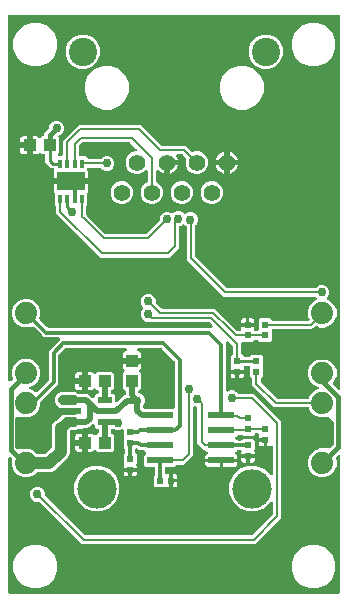
<source format=gbr>
G04 EAGLE Gerber RS-274X export*
G75*
%MOMM*%
%FSLAX34Y34*%
%LPD*%
%INBottom Copper*%
%IPPOS*%
%AMOC8*
5,1,8,0,0,1.08239X$1,22.5*%
G01*
%ADD10R,1.100000X1.000000*%
%ADD11R,1.000000X1.100000*%
%ADD12C,1.408000*%
%ADD13C,2.400000*%
%ADD14R,0.600000X0.600000*%
%ADD15R,1.200000X0.550000*%
%ADD16R,2.200000X0.600000*%
%ADD17R,0.350000X0.750000*%
%ADD18R,2.400000X1.600000*%
%ADD19C,3.327400*%
%ADD20C,1.879600*%
%ADD21C,0.756400*%
%ADD22C,0.304800*%
%ADD23C,0.609600*%
%ADD24C,0.508000*%
%ADD25C,0.254000*%
%ADD26C,0.406400*%
%ADD27C,0.812800*%
%ADD28C,0.914400*%
%ADD29C,1.016000*%
%ADD30C,0.203200*%

G36*
X256210Y167390D02*
X256210Y167390D01*
X256239Y167388D01*
X256368Y167410D01*
X256496Y167427D01*
X256524Y167437D01*
X256553Y167442D01*
X256671Y167496D01*
X256792Y167544D01*
X256816Y167561D01*
X256843Y167573D01*
X256944Y167654D01*
X257049Y167730D01*
X257068Y167753D01*
X257091Y167772D01*
X257169Y167875D01*
X257252Y167975D01*
X257265Y168002D01*
X257282Y168026D01*
X257353Y168170D01*
X258357Y170593D01*
X261715Y173951D01*
X265110Y175357D01*
X265231Y175426D01*
X265354Y175491D01*
X265369Y175505D01*
X265386Y175515D01*
X265486Y175612D01*
X265589Y175705D01*
X265600Y175722D01*
X265615Y175736D01*
X265687Y175854D01*
X265764Y175971D01*
X265770Y175990D01*
X265781Y176007D01*
X265822Y176140D01*
X265867Y176272D01*
X265869Y176292D01*
X265875Y176311D01*
X265881Y176450D01*
X265892Y176589D01*
X265889Y176609D01*
X265890Y176629D01*
X265862Y176765D01*
X265838Y176902D01*
X265830Y176921D01*
X265825Y176940D01*
X265764Y177065D01*
X265707Y177192D01*
X265695Y177208D01*
X265686Y177226D01*
X265595Y177332D01*
X265509Y177440D01*
X265493Y177453D01*
X265479Y177468D01*
X265366Y177548D01*
X265255Y177632D01*
X265229Y177644D01*
X265219Y177651D01*
X265200Y177658D01*
X265110Y177703D01*
X261715Y179109D01*
X258357Y182467D01*
X256539Y186855D01*
X256539Y191605D01*
X258357Y195993D01*
X261715Y199351D01*
X264264Y200407D01*
X272692Y200407D01*
X275241Y199351D01*
X278599Y195993D01*
X280417Y191605D01*
X280417Y186855D01*
X278599Y182467D01*
X277511Y181379D01*
X277438Y181285D01*
X277359Y181195D01*
X277341Y181160D01*
X277316Y181128D01*
X277268Y181018D01*
X277214Y180912D01*
X277206Y180873D01*
X277189Y180836D01*
X277171Y180718D01*
X277145Y180602D01*
X277146Y180562D01*
X277140Y180522D01*
X277151Y180403D01*
X277154Y180284D01*
X277166Y180245D01*
X277169Y180205D01*
X277210Y180093D01*
X277243Y179979D01*
X277263Y179944D01*
X277277Y179906D01*
X277344Y179807D01*
X277404Y179705D01*
X277444Y179659D01*
X277456Y179643D01*
X277471Y179629D01*
X277511Y179584D01*
X281553Y175542D01*
X281662Y175457D01*
X281769Y175368D01*
X281788Y175360D01*
X281804Y175347D01*
X281932Y175292D01*
X282057Y175233D01*
X282077Y175229D01*
X282096Y175221D01*
X282234Y175199D01*
X282370Y175173D01*
X282390Y175174D01*
X282410Y175171D01*
X282549Y175184D01*
X282687Y175193D01*
X282706Y175199D01*
X282726Y175201D01*
X282858Y175248D01*
X282989Y175291D01*
X283007Y175301D01*
X283026Y175308D01*
X283141Y175386D01*
X283258Y175461D01*
X283272Y175476D01*
X283289Y175487D01*
X283381Y175591D01*
X283476Y175692D01*
X283486Y175710D01*
X283499Y175725D01*
X283563Y175849D01*
X283630Y175971D01*
X283635Y175990D01*
X283644Y176009D01*
X283674Y176144D01*
X283709Y176279D01*
X283711Y176307D01*
X283714Y176319D01*
X283713Y176339D01*
X283719Y176440D01*
X283719Y491390D01*
X283704Y491508D01*
X283697Y491627D01*
X283684Y491665D01*
X283679Y491706D01*
X283636Y491816D01*
X283599Y491929D01*
X283577Y491964D01*
X283562Y492001D01*
X283493Y492097D01*
X283429Y492198D01*
X283399Y492226D01*
X283376Y492259D01*
X283284Y492335D01*
X283197Y492416D01*
X283162Y492436D01*
X283131Y492461D01*
X283023Y492512D01*
X282919Y492570D01*
X282879Y492580D01*
X282843Y492597D01*
X282726Y492619D01*
X282611Y492649D01*
X282551Y492653D01*
X282531Y492657D01*
X282510Y492655D01*
X282450Y492659D01*
X3810Y492659D01*
X3692Y492644D01*
X3573Y492637D01*
X3535Y492624D01*
X3494Y492619D01*
X3384Y492576D01*
X3271Y492539D01*
X3236Y492517D01*
X3199Y492502D01*
X3103Y492433D01*
X3002Y492369D01*
X2974Y492339D01*
X2941Y492316D01*
X2865Y492224D01*
X2784Y492137D01*
X2764Y492102D01*
X2739Y492071D01*
X2688Y491963D01*
X2630Y491859D01*
X2620Y491819D01*
X2603Y491783D01*
X2581Y491666D01*
X2551Y491551D01*
X2547Y491491D01*
X2543Y491471D01*
X2545Y491450D01*
X2541Y491390D01*
X2541Y183522D01*
X2558Y183384D01*
X2571Y183245D01*
X2578Y183226D01*
X2581Y183206D01*
X2632Y183077D01*
X2679Y182946D01*
X2690Y182929D01*
X2698Y182911D01*
X2779Y182798D01*
X2857Y182683D01*
X2873Y182670D01*
X2884Y182653D01*
X2992Y182564D01*
X3096Y182473D01*
X3114Y182463D01*
X3129Y182450D01*
X3255Y182391D01*
X3379Y182328D01*
X3399Y182323D01*
X3417Y182315D01*
X3553Y182289D01*
X3689Y182258D01*
X3710Y182259D01*
X3729Y182255D01*
X3868Y182264D01*
X4007Y182268D01*
X4027Y182274D01*
X4047Y182275D01*
X4179Y182318D01*
X4313Y182356D01*
X4330Y182367D01*
X4349Y182373D01*
X4467Y182447D01*
X4587Y182518D01*
X4608Y182536D01*
X4618Y182543D01*
X4632Y182558D01*
X4707Y182624D01*
X6149Y184066D01*
X6167Y184089D01*
X6189Y184108D01*
X6264Y184214D01*
X6344Y184317D01*
X6355Y184344D01*
X6372Y184368D01*
X6418Y184489D01*
X6470Y184609D01*
X6475Y184638D01*
X6485Y184665D01*
X6499Y184794D01*
X6520Y184923D01*
X6517Y184952D01*
X6520Y184981D01*
X6502Y185110D01*
X6490Y185239D01*
X6480Y185267D01*
X6476Y185296D01*
X6424Y185449D01*
X5841Y186855D01*
X5841Y191605D01*
X7659Y195993D01*
X11017Y199351D01*
X14499Y200793D01*
X14525Y200808D01*
X14554Y200817D01*
X14663Y200887D01*
X14776Y200951D01*
X14797Y200972D01*
X14822Y200988D01*
X14911Y201082D01*
X15000Y201169D01*
X20569Y201169D01*
X20620Y201098D01*
X20643Y201079D01*
X20662Y201056D01*
X20766Y200978D01*
X20865Y200895D01*
X20892Y200882D01*
X20916Y200864D01*
X21061Y200793D01*
X24543Y199351D01*
X27901Y195993D01*
X29719Y191605D01*
X29719Y186855D01*
X27901Y182467D01*
X24543Y179109D01*
X21148Y177703D01*
X21027Y177634D01*
X20904Y177569D01*
X20889Y177555D01*
X20872Y177545D01*
X20772Y177448D01*
X20669Y177355D01*
X20658Y177338D01*
X20643Y177324D01*
X20571Y177205D01*
X20494Y177089D01*
X20488Y177070D01*
X20477Y177053D01*
X20436Y176920D01*
X20391Y176788D01*
X20389Y176768D01*
X20383Y176749D01*
X20377Y176610D01*
X20366Y176471D01*
X20369Y176451D01*
X20368Y176431D01*
X20396Y176295D01*
X20420Y176158D01*
X20428Y176139D01*
X20432Y176120D01*
X20494Y175994D01*
X20551Y175868D01*
X20563Y175852D01*
X20572Y175834D01*
X20663Y175728D01*
X20749Y175620D01*
X20765Y175607D01*
X20779Y175592D01*
X20892Y175512D01*
X21003Y175428D01*
X21029Y175416D01*
X21039Y175409D01*
X21058Y175402D01*
X21148Y175357D01*
X24543Y173951D01*
X25244Y173250D01*
X25338Y173177D01*
X25428Y173098D01*
X25464Y173080D01*
X25496Y173055D01*
X25605Y173007D01*
X25711Y172953D01*
X25750Y172944D01*
X25787Y172928D01*
X25905Y172910D01*
X26021Y172884D01*
X26061Y172885D01*
X26101Y172879D01*
X26220Y172890D01*
X26339Y172893D01*
X26378Y172905D01*
X26418Y172908D01*
X26530Y172949D01*
X26644Y172982D01*
X26679Y173002D01*
X26717Y173016D01*
X26816Y173083D01*
X26918Y173143D01*
X26964Y173183D01*
X26981Y173195D01*
X26994Y173210D01*
X27039Y173250D01*
X36458Y182668D01*
X36518Y182746D01*
X36586Y182818D01*
X36615Y182871D01*
X36652Y182919D01*
X36692Y183010D01*
X36740Y183097D01*
X36755Y183155D01*
X36779Y183211D01*
X36794Y183309D01*
X36819Y183405D01*
X36825Y183505D01*
X36829Y183525D01*
X36827Y183537D01*
X36829Y183565D01*
X36829Y207932D01*
X44586Y215688D01*
X46186Y217289D01*
X46271Y217398D01*
X46360Y217505D01*
X46369Y217524D01*
X46381Y217540D01*
X46436Y217668D01*
X46496Y217793D01*
X46499Y217813D01*
X46507Y217832D01*
X46529Y217970D01*
X46555Y218106D01*
X46554Y218126D01*
X46557Y218146D01*
X46544Y218285D01*
X46536Y218423D01*
X46529Y218442D01*
X46527Y218462D01*
X46480Y218594D01*
X46438Y218725D01*
X46427Y218743D01*
X46420Y218762D01*
X46342Y218877D01*
X46267Y218994D01*
X46253Y219008D01*
X46241Y219025D01*
X46137Y219117D01*
X46036Y219212D01*
X46018Y219222D01*
X46003Y219235D01*
X45879Y219299D01*
X45757Y219366D01*
X45738Y219371D01*
X45720Y219380D01*
X45584Y219410D01*
X45449Y219445D01*
X45421Y219447D01*
X45409Y219450D01*
X45389Y219449D01*
X45289Y219455D01*
X32606Y219455D01*
X31241Y220820D01*
X31241Y221742D01*
X31239Y221754D01*
X31240Y221762D01*
X31231Y221804D01*
X31227Y221832D01*
X31219Y221923D01*
X31207Y221953D01*
X31202Y221985D01*
X31159Y222065D01*
X31123Y222149D01*
X31097Y222181D01*
X31086Y222202D01*
X31063Y222224D01*
X31018Y222280D01*
X25684Y227614D01*
X25610Y227667D01*
X25541Y227727D01*
X25511Y227739D01*
X25485Y227758D01*
X25398Y227785D01*
X25313Y227819D01*
X25272Y227823D01*
X25249Y227830D01*
X25217Y227829D01*
X25146Y227837D01*
X15153Y227837D01*
X15126Y227905D01*
X15109Y227929D01*
X15096Y227956D01*
X15016Y228057D01*
X14940Y228162D01*
X14917Y228181D01*
X14898Y228204D01*
X14794Y228282D01*
X14695Y228365D01*
X14668Y228378D01*
X14644Y228396D01*
X14499Y228467D01*
X11017Y229909D01*
X7659Y233267D01*
X5841Y237655D01*
X5841Y242405D01*
X7659Y246793D01*
X11017Y250151D01*
X15405Y251969D01*
X20155Y251969D01*
X24543Y250151D01*
X27901Y246793D01*
X29719Y242405D01*
X29719Y237655D01*
X28926Y235741D01*
X28918Y235712D01*
X28905Y235686D01*
X28876Y235559D01*
X28842Y235434D01*
X28841Y235404D01*
X28835Y235376D01*
X28839Y235246D01*
X28837Y235116D01*
X28844Y235087D01*
X28845Y235058D01*
X28881Y234933D01*
X28911Y234807D01*
X28925Y234781D01*
X28933Y234752D01*
X28999Y234641D01*
X29060Y234526D01*
X29079Y234504D01*
X29094Y234478D01*
X29201Y234358D01*
X35602Y227956D01*
X35680Y227896D01*
X35752Y227828D01*
X35805Y227799D01*
X35853Y227762D01*
X35944Y227722D01*
X36031Y227674D01*
X36089Y227659D01*
X36145Y227635D01*
X36243Y227620D01*
X36339Y227595D01*
X36439Y227589D01*
X36459Y227585D01*
X36471Y227587D01*
X36499Y227585D01*
X174277Y227585D01*
X174415Y227602D01*
X174553Y227615D01*
X174573Y227622D01*
X174593Y227625D01*
X174722Y227676D01*
X174853Y227723D01*
X174870Y227734D01*
X174888Y227742D01*
X175001Y227823D01*
X175116Y227901D01*
X175129Y227917D01*
X175146Y227928D01*
X175234Y228036D01*
X175326Y228140D01*
X175336Y228158D01*
X175348Y228173D01*
X175408Y228299D01*
X175471Y228423D01*
X175475Y228443D01*
X175484Y228461D01*
X175510Y228597D01*
X175541Y228733D01*
X175540Y228754D01*
X175544Y228773D01*
X175535Y228912D01*
X175531Y229051D01*
X175525Y229071D01*
X175524Y229091D01*
X175481Y229223D01*
X175443Y229357D01*
X175432Y229374D01*
X175426Y229393D01*
X175351Y229511D01*
X175281Y229631D01*
X175262Y229652D01*
X175256Y229662D01*
X175241Y229676D01*
X175175Y229751D01*
X172889Y232038D01*
X172810Y232098D01*
X172738Y232166D01*
X172685Y232195D01*
X172637Y232232D01*
X172546Y232272D01*
X172460Y232320D01*
X172401Y232335D01*
X172345Y232359D01*
X172247Y232374D01*
X172152Y232399D01*
X172052Y232405D01*
X172031Y232409D01*
X172019Y232407D01*
X171991Y232409D01*
X122459Y232409D01*
X122418Y232448D01*
X122365Y232477D01*
X122317Y232514D01*
X122226Y232554D01*
X122140Y232602D01*
X122081Y232617D01*
X122025Y232641D01*
X121927Y232656D01*
X121832Y232681D01*
X121732Y232687D01*
X121711Y232691D01*
X121699Y232689D01*
X121671Y232691D01*
X119646Y232691D01*
X117322Y233654D01*
X115544Y235432D01*
X114581Y237756D01*
X114581Y240272D01*
X115544Y242596D01*
X116526Y243578D01*
X116599Y243672D01*
X116678Y243761D01*
X116696Y243797D01*
X116721Y243829D01*
X116768Y243938D01*
X116822Y244044D01*
X116831Y244083D01*
X116847Y244121D01*
X116866Y244238D01*
X116892Y244354D01*
X116891Y244395D01*
X116897Y244435D01*
X116886Y244553D01*
X116882Y244672D01*
X116871Y244711D01*
X116867Y244751D01*
X116827Y244863D01*
X116794Y244978D01*
X116773Y245013D01*
X116760Y245051D01*
X116693Y245149D01*
X116632Y245252D01*
X116592Y245297D01*
X116581Y245314D01*
X116566Y245327D01*
X116526Y245373D01*
X115544Y246354D01*
X114581Y248678D01*
X114581Y251194D01*
X115544Y253518D01*
X117322Y255296D01*
X119646Y256259D01*
X122162Y256259D01*
X124486Y255296D01*
X126264Y253518D01*
X127227Y251194D01*
X127227Y249169D01*
X127239Y249071D01*
X127242Y248972D01*
X127259Y248914D01*
X127267Y248853D01*
X127303Y248761D01*
X127331Y248666D01*
X127361Y248614D01*
X127384Y248558D01*
X127442Y248478D01*
X127492Y248392D01*
X127558Y248317D01*
X127570Y248300D01*
X127580Y248293D01*
X127598Y248271D01*
X131657Y244212D01*
X131736Y244152D01*
X131808Y244084D01*
X131861Y244055D01*
X131909Y244018D01*
X132000Y243978D01*
X132086Y243930D01*
X132145Y243915D01*
X132201Y243891D01*
X132299Y243876D01*
X132394Y243851D01*
X132494Y243845D01*
X132515Y243841D01*
X132527Y243843D01*
X132555Y243841D01*
X177495Y243841D01*
X196355Y224980D01*
X196434Y224920D01*
X196506Y224852D01*
X196559Y224823D01*
X196607Y224786D01*
X196698Y224746D01*
X196784Y224698D01*
X196843Y224683D01*
X196899Y224659D01*
X196997Y224644D01*
X197092Y224619D01*
X197192Y224613D01*
X197213Y224609D01*
X197225Y224611D01*
X197253Y224609D01*
X198602Y224609D01*
X198727Y224624D01*
X198852Y224634D01*
X198884Y224644D01*
X198918Y224649D01*
X199034Y224695D01*
X199154Y224735D01*
X199182Y224753D01*
X199213Y224766D01*
X199315Y224839D01*
X199421Y224908D01*
X199443Y224933D01*
X199471Y224952D01*
X199551Y225049D01*
X199636Y225142D01*
X199652Y225171D01*
X199674Y225197D01*
X199727Y225311D01*
X199787Y225422D01*
X199795Y225455D01*
X199809Y225485D01*
X199833Y225609D01*
X199863Y225731D01*
X199863Y225764D01*
X199869Y225797D01*
X199861Y225923D01*
X199860Y226049D01*
X199850Y226097D01*
X199849Y226115D01*
X199842Y226135D01*
X199828Y226207D01*
X199691Y226718D01*
X199691Y228553D01*
X205002Y228553D01*
X205120Y228568D01*
X205239Y228575D01*
X205246Y228577D01*
X205302Y228563D01*
X205362Y228559D01*
X205382Y228555D01*
X205402Y228557D01*
X205462Y228553D01*
X210773Y228553D01*
X210773Y226718D01*
X210636Y226207D01*
X210619Y226082D01*
X210595Y225958D01*
X210597Y225925D01*
X210593Y225891D01*
X210607Y225766D01*
X210615Y225641D01*
X210625Y225609D01*
X210629Y225576D01*
X210674Y225458D01*
X210713Y225339D01*
X210731Y225310D01*
X210743Y225279D01*
X210816Y225176D01*
X210883Y225070D01*
X210908Y225047D01*
X210927Y225019D01*
X211023Y224938D01*
X211115Y224852D01*
X211144Y224836D01*
X211170Y224814D01*
X211283Y224759D01*
X211393Y224698D01*
X211426Y224690D01*
X211456Y224675D01*
X211580Y224650D01*
X211701Y224619D01*
X211750Y224616D01*
X211768Y224612D01*
X211790Y224613D01*
X211862Y224609D01*
X213154Y224609D01*
X213272Y224624D01*
X213391Y224631D01*
X213429Y224644D01*
X213470Y224649D01*
X213580Y224692D01*
X213693Y224729D01*
X213728Y224751D01*
X213765Y224766D01*
X213861Y224835D01*
X213962Y224899D01*
X213990Y224929D01*
X214023Y224952D01*
X214099Y225044D01*
X214180Y225131D01*
X214200Y225166D01*
X214225Y225197D01*
X214276Y225305D01*
X214334Y225409D01*
X214344Y225449D01*
X214361Y225485D01*
X214383Y225602D01*
X214413Y225717D01*
X214417Y225777D01*
X214421Y225797D01*
X214419Y225818D01*
X214423Y225878D01*
X214423Y234104D01*
X215912Y235593D01*
X224016Y235593D01*
X225629Y233980D01*
X225707Y233920D01*
X225779Y233852D01*
X225832Y233823D01*
X225880Y233786D01*
X225971Y233746D01*
X226058Y233698D01*
X226116Y233683D01*
X226172Y233659D01*
X226270Y233644D01*
X226365Y233619D01*
X226466Y233613D01*
X226486Y233609D01*
X226498Y233611D01*
X226526Y233609D01*
X256316Y233609D01*
X256365Y233615D01*
X256415Y233613D01*
X256522Y233635D01*
X256631Y233649D01*
X256678Y233667D01*
X256726Y233677D01*
X256825Y233725D01*
X256927Y233766D01*
X256967Y233795D01*
X257012Y233817D01*
X257096Y233888D01*
X257184Y233952D01*
X257216Y233991D01*
X257254Y234023D01*
X257317Y234113D01*
X257387Y234197D01*
X257408Y234242D01*
X257437Y234283D01*
X257476Y234386D01*
X257523Y234485D01*
X257532Y234534D01*
X257550Y234580D01*
X257562Y234690D01*
X257583Y234797D01*
X257579Y234847D01*
X257585Y234896D01*
X257570Y235005D01*
X257563Y235115D01*
X257547Y235162D01*
X257541Y235211D01*
X257488Y235364D01*
X256539Y237655D01*
X256539Y242405D01*
X258357Y246793D01*
X261715Y250151D01*
X263296Y250806D01*
X263340Y250831D01*
X263386Y250848D01*
X263477Y250909D01*
X263573Y250964D01*
X263608Y250998D01*
X263649Y251026D01*
X263722Y251108D01*
X263801Y251185D01*
X263827Y251227D01*
X263860Y251265D01*
X263910Y251362D01*
X263967Y251456D01*
X263982Y251504D01*
X264004Y251548D01*
X264029Y251655D01*
X264061Y251760D01*
X264063Y251810D01*
X264074Y251858D01*
X264071Y251968D01*
X264076Y252078D01*
X264066Y252126D01*
X264064Y252176D01*
X264034Y252281D01*
X264012Y252389D01*
X263990Y252434D01*
X263976Y252481D01*
X263920Y252576D01*
X263872Y252675D01*
X263840Y252713D01*
X263815Y252755D01*
X263708Y252876D01*
X262957Y253628D01*
X262879Y253688D01*
X262806Y253756D01*
X262753Y253785D01*
X262705Y253822D01*
X262615Y253862D01*
X262528Y253910D01*
X262469Y253925D01*
X262414Y253949D01*
X262316Y253964D01*
X262220Y253989D01*
X262120Y253995D01*
X262100Y253999D01*
X262087Y253997D01*
X262059Y253999D01*
X184455Y253999D01*
X153669Y284785D01*
X153669Y312605D01*
X153657Y312703D01*
X153654Y312803D01*
X153637Y312861D01*
X153629Y312921D01*
X153593Y313013D01*
X153565Y313108D01*
X153535Y313160D01*
X153512Y313217D01*
X153454Y313297D01*
X153404Y313382D01*
X153338Y313457D01*
X153326Y313474D01*
X153316Y313482D01*
X153298Y313503D01*
X152028Y314773D01*
X151934Y314846D01*
X151844Y314925D01*
X151808Y314943D01*
X151776Y314968D01*
X151667Y315015D01*
X151561Y315069D01*
X151522Y315078D01*
X151484Y315094D01*
X151367Y315113D01*
X151251Y315139D01*
X151210Y315138D01*
X151170Y315144D01*
X151052Y315133D01*
X150933Y315129D01*
X150894Y315118D01*
X150854Y315114D01*
X150741Y315074D01*
X150627Y315041D01*
X150593Y315020D01*
X150554Y315007D01*
X150456Y314940D01*
X150353Y314879D01*
X150308Y314839D01*
X150291Y314828D01*
X150278Y314813D01*
X150233Y314773D01*
X150140Y314680D01*
X147850Y313732D01*
X147825Y313717D01*
X147797Y313708D01*
X147687Y313638D01*
X147574Y313574D01*
X147553Y313554D01*
X147528Y313538D01*
X147439Y313443D01*
X147346Y313353D01*
X147330Y313328D01*
X147310Y313306D01*
X147247Y313192D01*
X147179Y313082D01*
X147171Y313053D01*
X147156Y313028D01*
X147124Y312902D01*
X147086Y312778D01*
X147084Y312748D01*
X147077Y312720D01*
X147067Y312559D01*
X147067Y294945D01*
X139141Y287019D01*
X80061Y287019D01*
X42569Y324511D01*
X42569Y330474D01*
X42557Y330572D01*
X42554Y330671D01*
X42537Y330729D01*
X42529Y330789D01*
X42493Y330881D01*
X42465Y330977D01*
X42435Y331029D01*
X42412Y331085D01*
X42354Y331165D01*
X42304Y331251D01*
X42238Y331326D01*
X42226Y331342D01*
X42216Y331350D01*
X42197Y331371D01*
X41835Y331734D01*
X41835Y341216D01*
X41824Y341308D01*
X41822Y341400D01*
X41804Y341465D01*
X41795Y341532D01*
X41761Y341618D01*
X41737Y341706D01*
X41685Y341811D01*
X41678Y341827D01*
X41673Y341834D01*
X41665Y341851D01*
X41258Y342555D01*
X41085Y343202D01*
X41085Y348997D01*
X54356Y348997D01*
X54474Y349012D01*
X54593Y349019D01*
X54631Y349032D01*
X54671Y349037D01*
X54782Y349080D01*
X54895Y349117D01*
X54930Y349139D01*
X54967Y349154D01*
X55063Y349224D01*
X55164Y349287D01*
X55192Y349317D01*
X55224Y349341D01*
X55300Y349432D01*
X55382Y349519D01*
X55401Y349554D01*
X55427Y349585D01*
X55478Y349693D01*
X55535Y349797D01*
X55546Y349837D01*
X55563Y349873D01*
X55585Y349990D01*
X55615Y350105D01*
X55619Y350166D01*
X55623Y350186D01*
X55621Y350206D01*
X55625Y350266D01*
X55625Y352806D01*
X55610Y352924D01*
X55603Y353043D01*
X55590Y353081D01*
X55585Y353121D01*
X55541Y353232D01*
X55505Y353345D01*
X55483Y353380D01*
X55468Y353417D01*
X55398Y353513D01*
X55335Y353614D01*
X55305Y353642D01*
X55281Y353674D01*
X55190Y353750D01*
X55103Y353832D01*
X55068Y353851D01*
X55036Y353877D01*
X54929Y353928D01*
X54825Y353985D01*
X54785Y353996D01*
X54749Y354013D01*
X54632Y354035D01*
X54517Y354065D01*
X54456Y354069D01*
X54436Y354073D01*
X54416Y354071D01*
X54356Y354075D01*
X41085Y354075D01*
X41085Y359870D01*
X41258Y360517D01*
X41426Y360807D01*
X41478Y360930D01*
X41534Y361049D01*
X41539Y361076D01*
X41550Y361101D01*
X41569Y361232D01*
X41594Y361362D01*
X41592Y361388D01*
X41596Y361415D01*
X41582Y361547D01*
X41574Y361679D01*
X41566Y361705D01*
X41563Y361731D01*
X41517Y361856D01*
X41476Y361981D01*
X41462Y362004D01*
X41452Y362030D01*
X41377Y362138D01*
X41306Y362250D01*
X41286Y362269D01*
X41271Y362291D01*
X41171Y362377D01*
X41074Y362468D01*
X41051Y362481D01*
X41030Y362499D01*
X40912Y362558D01*
X40796Y362622D01*
X40770Y362628D01*
X40745Y362640D01*
X40616Y362668D01*
X40488Y362701D01*
X40450Y362703D01*
X40434Y362707D01*
X40412Y362706D01*
X40327Y362711D01*
X38554Y362711D01*
X33899Y367366D01*
X33899Y373206D01*
X33884Y373324D01*
X33877Y373443D01*
X33864Y373481D01*
X33859Y373522D01*
X33816Y373632D01*
X33779Y373745D01*
X33757Y373780D01*
X33742Y373817D01*
X33673Y373913D01*
X33609Y374014D01*
X33579Y374042D01*
X33556Y374075D01*
X33464Y374151D01*
X33377Y374232D01*
X33342Y374252D01*
X33311Y374277D01*
X33203Y374328D01*
X33099Y374386D01*
X33059Y374396D01*
X33023Y374413D01*
X32906Y374435D01*
X32791Y374465D01*
X32731Y374469D01*
X32711Y374473D01*
X32690Y374471D01*
X32630Y374475D01*
X31158Y374475D01*
X30107Y375525D01*
X30013Y375598D01*
X29924Y375677D01*
X29888Y375696D01*
X29856Y375720D01*
X29747Y375768D01*
X29641Y375822D01*
X29602Y375831D01*
X29564Y375847D01*
X29447Y375865D01*
X29331Y375891D01*
X29290Y375890D01*
X29250Y375897D01*
X29132Y375885D01*
X29013Y375882D01*
X28974Y375870D01*
X28934Y375867D01*
X28822Y375826D01*
X28707Y375793D01*
X28672Y375773D01*
X28634Y375759D01*
X28536Y375692D01*
X28433Y375632D01*
X28388Y375592D01*
X28371Y375581D01*
X28358Y375565D01*
X28312Y375525D01*
X27770Y374983D01*
X27191Y374648D01*
X26544Y374475D01*
X23209Y374475D01*
X23209Y380786D01*
X23194Y380904D01*
X23187Y381023D01*
X23174Y381061D01*
X23169Y381101D01*
X23126Y381212D01*
X23089Y381325D01*
X23067Y381359D01*
X23052Y381397D01*
X22983Y381493D01*
X22919Y381594D01*
X22889Y381622D01*
X22866Y381654D01*
X22774Y381730D01*
X22687Y381812D01*
X22652Y381831D01*
X22621Y381857D01*
X22513Y381908D01*
X22409Y381965D01*
X22369Y381975D01*
X22333Y381993D01*
X22226Y382013D01*
X22256Y382017D01*
X22366Y382061D01*
X22479Y382097D01*
X22514Y382119D01*
X22551Y382134D01*
X22647Y382204D01*
X22748Y382267D01*
X22776Y382297D01*
X22809Y382321D01*
X22885Y382412D01*
X22966Y382499D01*
X22986Y382534D01*
X23011Y382566D01*
X23062Y382673D01*
X23120Y382778D01*
X23130Y382817D01*
X23147Y382853D01*
X23169Y382970D01*
X23199Y383086D01*
X23203Y383146D01*
X23207Y383166D01*
X23205Y383186D01*
X23209Y383246D01*
X23209Y389557D01*
X26544Y389557D01*
X27191Y389384D01*
X27770Y389049D01*
X28312Y388507D01*
X28407Y388434D01*
X28496Y388355D01*
X28532Y388336D01*
X28564Y388312D01*
X28673Y388264D01*
X28779Y388210D01*
X28818Y388201D01*
X28856Y388185D01*
X28974Y388167D01*
X29089Y388141D01*
X29130Y388142D01*
X29170Y388135D01*
X29288Y388147D01*
X29407Y388150D01*
X29446Y388162D01*
X29486Y388165D01*
X29598Y388206D01*
X29713Y388239D01*
X29748Y388259D01*
X29786Y388273D01*
X29884Y388340D01*
X29987Y388400D01*
X30032Y388440D01*
X30049Y388451D01*
X30062Y388467D01*
X30107Y388507D01*
X31158Y389557D01*
X31868Y389557D01*
X31986Y389572D01*
X32105Y389579D01*
X32143Y389592D01*
X32184Y389597D01*
X32294Y389640D01*
X32407Y389677D01*
X32442Y389699D01*
X32479Y389714D01*
X32575Y389783D01*
X32676Y389847D01*
X32704Y389877D01*
X32737Y389900D01*
X32813Y389992D01*
X32894Y390079D01*
X32914Y390114D01*
X32939Y390145D01*
X32990Y390253D01*
X33048Y390357D01*
X33058Y390397D01*
X33075Y390433D01*
X33097Y390550D01*
X33127Y390665D01*
X33131Y390725D01*
X33135Y390745D01*
X33133Y390766D01*
X33137Y390826D01*
X33137Y392664D01*
X36740Y396266D01*
X36800Y396345D01*
X36868Y396417D01*
X36897Y396470D01*
X36934Y396518D01*
X36974Y396609D01*
X37022Y396695D01*
X37037Y396754D01*
X37061Y396809D01*
X37076Y396907D01*
X37101Y397003D01*
X37107Y397103D01*
X37111Y397124D01*
X37109Y397136D01*
X37111Y397164D01*
X37111Y397752D01*
X38074Y400076D01*
X39852Y401854D01*
X42176Y402817D01*
X44692Y402817D01*
X47016Y401854D01*
X48794Y400076D01*
X49757Y397752D01*
X49757Y395236D01*
X48794Y392912D01*
X47016Y391134D01*
X45709Y390592D01*
X45665Y390568D01*
X45619Y390551D01*
X45528Y390489D01*
X45432Y390435D01*
X45397Y390400D01*
X45356Y390372D01*
X45283Y390290D01*
X45204Y390214D01*
X45178Y390171D01*
X45145Y390134D01*
X45095Y390036D01*
X45038Y389943D01*
X45023Y389895D01*
X45000Y389851D01*
X44976Y389744D01*
X44944Y389639D01*
X44942Y389589D01*
X44931Y389541D01*
X44934Y389431D01*
X44929Y389321D01*
X44939Y389272D01*
X44940Y389223D01*
X44971Y389117D01*
X44993Y389009D01*
X45015Y388965D01*
X45029Y388917D01*
X45085Y388823D01*
X45133Y388724D01*
X45165Y388686D01*
X45190Y388643D01*
X45297Y388522D01*
X45751Y388068D01*
X45751Y375964D01*
X44781Y374993D01*
X44696Y374884D01*
X44607Y374777D01*
X44598Y374758D01*
X44586Y374742D01*
X44530Y374615D01*
X44471Y374489D01*
X44467Y374469D01*
X44459Y374450D01*
X44437Y374312D01*
X44411Y374176D01*
X44413Y374156D01*
X44409Y374136D01*
X44423Y373997D01*
X44431Y373859D01*
X44437Y373840D01*
X44439Y373820D01*
X44486Y373688D01*
X44529Y373557D01*
X44540Y373539D01*
X44547Y373520D01*
X44625Y373405D01*
X44699Y373288D01*
X44714Y373274D01*
X44725Y373257D01*
X44830Y373165D01*
X44931Y373070D01*
X44949Y373060D01*
X44964Y373047D01*
X45088Y372983D01*
X45209Y372916D01*
X45229Y372911D01*
X45247Y372902D01*
X45383Y372872D01*
X45517Y372837D01*
X45545Y372835D01*
X45557Y372832D01*
X45578Y372833D01*
X45678Y372827D01*
X47244Y372827D01*
X47362Y372842D01*
X47481Y372849D01*
X47519Y372862D01*
X47560Y372867D01*
X47670Y372910D01*
X47783Y372947D01*
X47818Y372969D01*
X47855Y372984D01*
X47951Y373053D01*
X48052Y373117D01*
X48080Y373147D01*
X48113Y373170D01*
X48189Y373262D01*
X48270Y373349D01*
X48290Y373384D01*
X48315Y373415D01*
X48366Y373523D01*
X48424Y373627D01*
X48434Y373667D01*
X48451Y373703D01*
X48473Y373820D01*
X48503Y373935D01*
X48507Y373995D01*
X48511Y374015D01*
X48509Y374036D01*
X48513Y374096D01*
X48513Y386029D01*
X62027Y399543D01*
X114503Y399543D01*
X132165Y381880D01*
X132244Y381820D01*
X132316Y381752D01*
X132369Y381723D01*
X132417Y381686D01*
X132508Y381646D01*
X132594Y381598D01*
X132653Y381583D01*
X132709Y381559D01*
X132807Y381544D01*
X132902Y381519D01*
X133002Y381513D01*
X133023Y381509D01*
X133035Y381511D01*
X133063Y381509D01*
X152984Y381509D01*
X157803Y376690D01*
X157827Y376672D01*
X157846Y376649D01*
X157952Y376575D01*
X158055Y376495D01*
X158082Y376483D01*
X158106Y376466D01*
X158227Y376420D01*
X158346Y376368D01*
X158376Y376364D01*
X158403Y376353D01*
X158532Y376339D01*
X158660Y376319D01*
X158690Y376321D01*
X158719Y376318D01*
X158848Y376336D01*
X158977Y376348D01*
X159005Y376358D01*
X159034Y376363D01*
X159186Y376415D01*
X160273Y376865D01*
X164085Y376865D01*
X167606Y375406D01*
X170301Y372711D01*
X171760Y369190D01*
X171760Y365378D01*
X170301Y361857D01*
X167606Y359162D01*
X164085Y357703D01*
X160273Y357703D01*
X156752Y359162D01*
X154057Y361857D01*
X152598Y365378D01*
X152598Y369190D01*
X153048Y370277D01*
X153056Y370305D01*
X153070Y370331D01*
X153098Y370458D01*
X153132Y370583D01*
X153133Y370613D01*
X153139Y370642D01*
X153135Y370771D01*
X153137Y370901D01*
X153131Y370930D01*
X153130Y370959D01*
X153094Y371084D01*
X153063Y371211D01*
X153049Y371237D01*
X153041Y371265D01*
X152975Y371377D01*
X152915Y371492D01*
X152895Y371513D01*
X152880Y371539D01*
X152773Y371660D01*
X150410Y374024D01*
X150331Y374084D01*
X150259Y374152D01*
X150206Y374181D01*
X150158Y374218D01*
X150067Y374258D01*
X149981Y374306D01*
X149922Y374321D01*
X149866Y374345D01*
X149768Y374360D01*
X149673Y374385D01*
X149573Y374391D01*
X149552Y374395D01*
X149540Y374393D01*
X149512Y374395D01*
X145946Y374395D01*
X145906Y374390D01*
X145867Y374393D01*
X145749Y374370D01*
X145630Y374355D01*
X145593Y374341D01*
X145554Y374333D01*
X145446Y374282D01*
X145335Y374238D01*
X145302Y374215D01*
X145266Y374198D01*
X145174Y374122D01*
X145077Y374052D01*
X145052Y374021D01*
X145021Y373995D01*
X144951Y373899D01*
X144874Y373807D01*
X144857Y373771D01*
X144834Y373738D01*
X144790Y373627D01*
X144739Y373519D01*
X144731Y373480D01*
X144717Y373443D01*
X144702Y373324D01*
X144679Y373207D01*
X144682Y373167D01*
X144677Y373127D01*
X144691Y373008D01*
X144699Y372889D01*
X144711Y372851D01*
X144716Y372812D01*
X144760Y372700D01*
X144797Y372587D01*
X144818Y372553D01*
X144833Y372516D01*
X144919Y372380D01*
X144973Y372305D01*
X145658Y370962D01*
X146122Y369533D01*
X137759Y369533D01*
X137641Y369518D01*
X137522Y369511D01*
X137484Y369498D01*
X137444Y369493D01*
X137333Y369450D01*
X137220Y369413D01*
X137186Y369391D01*
X137148Y369376D01*
X137052Y369307D01*
X136951Y369243D01*
X136923Y369213D01*
X136891Y369190D01*
X136815Y369098D01*
X136733Y369011D01*
X136714Y368976D01*
X136688Y368945D01*
X136637Y368837D01*
X136580Y368733D01*
X136570Y368693D01*
X136552Y368657D01*
X136530Y368540D01*
X136500Y368425D01*
X136496Y368365D01*
X136493Y368345D01*
X136494Y368324D01*
X136490Y368264D01*
X136490Y367573D01*
X135799Y367573D01*
X135681Y367558D01*
X135562Y367551D01*
X135524Y367538D01*
X135483Y367533D01*
X135373Y367489D01*
X135260Y367453D01*
X135225Y367431D01*
X135188Y367416D01*
X135091Y367346D01*
X134991Y367283D01*
X134963Y367253D01*
X134930Y367229D01*
X134854Y367138D01*
X134773Y367051D01*
X134753Y367016D01*
X134728Y366984D01*
X134677Y366877D01*
X134619Y366772D01*
X134609Y366733D01*
X134592Y366697D01*
X134570Y366580D01*
X134540Y366464D01*
X134536Y366404D01*
X134532Y366384D01*
X134534Y366364D01*
X134530Y366304D01*
X134530Y357941D01*
X133101Y358405D01*
X131758Y359090D01*
X130538Y359976D01*
X129802Y360711D01*
X129693Y360796D01*
X129586Y360885D01*
X129567Y360894D01*
X129551Y360906D01*
X129423Y360962D01*
X129298Y361021D01*
X129278Y361025D01*
X129259Y361033D01*
X129121Y361055D01*
X128985Y361081D01*
X128965Y361079D01*
X128945Y361082D01*
X128806Y361069D01*
X128668Y361061D01*
X128649Y361055D01*
X128629Y361053D01*
X128498Y361006D01*
X128366Y360963D01*
X128348Y360952D01*
X128329Y360945D01*
X128215Y360867D01*
X128097Y360793D01*
X128083Y360778D01*
X128066Y360766D01*
X127974Y360662D01*
X127879Y360561D01*
X127869Y360543D01*
X127856Y360528D01*
X127793Y360404D01*
X127725Y360282D01*
X127720Y360263D01*
X127711Y360245D01*
X127681Y360109D01*
X127646Y359975D01*
X127644Y359946D01*
X127641Y359935D01*
X127642Y359914D01*
X127636Y359814D01*
X127636Y351629D01*
X127639Y351600D01*
X127637Y351570D01*
X127659Y351442D01*
X127676Y351313D01*
X127686Y351286D01*
X127691Y351257D01*
X127745Y351138D01*
X127793Y351018D01*
X127810Y350994D01*
X127822Y350967D01*
X127903Y350866D01*
X127979Y350760D01*
X128002Y350742D01*
X128021Y350719D01*
X128124Y350641D01*
X128224Y350558D01*
X128251Y350545D01*
X128275Y350527D01*
X128419Y350456D01*
X129506Y350006D01*
X132201Y347311D01*
X133660Y343790D01*
X133660Y339978D01*
X132201Y336457D01*
X129506Y333762D01*
X125985Y332303D01*
X122173Y332303D01*
X118652Y333762D01*
X115957Y336457D01*
X114498Y339978D01*
X114498Y343790D01*
X115957Y347311D01*
X118652Y350006D01*
X119739Y350456D01*
X119764Y350471D01*
X119792Y350480D01*
X119902Y350550D01*
X120015Y350614D01*
X120036Y350634D01*
X120061Y350650D01*
X120150Y350745D01*
X120243Y350835D01*
X120259Y350860D01*
X120279Y350882D01*
X120342Y350996D01*
X120410Y351106D01*
X120418Y351134D01*
X120433Y351160D01*
X120465Y351286D01*
X120503Y351410D01*
X120505Y351440D01*
X120512Y351468D01*
X120522Y351629D01*
X120522Y359814D01*
X120505Y359951D01*
X120492Y360090D01*
X120485Y360109D01*
X120482Y360129D01*
X120431Y360258D01*
X120384Y360389D01*
X120373Y360406D01*
X120365Y360425D01*
X120284Y360538D01*
X120206Y360653D01*
X120190Y360666D01*
X120179Y360682D01*
X120071Y360771D01*
X119967Y360863D01*
X119949Y360872D01*
X119934Y360885D01*
X119808Y360944D01*
X119684Y361008D01*
X119664Y361012D01*
X119646Y361021D01*
X119509Y361047D01*
X119374Y361077D01*
X119353Y361077D01*
X119334Y361081D01*
X119195Y361072D01*
X119056Y361068D01*
X119036Y361062D01*
X119016Y361061D01*
X118884Y361018D01*
X118750Y360979D01*
X118733Y360969D01*
X118714Y360963D01*
X118596Y360888D01*
X118476Y360818D01*
X118455Y360799D01*
X118445Y360793D01*
X118431Y360778D01*
X118356Y360711D01*
X116806Y359162D01*
X113285Y357703D01*
X109473Y357703D01*
X105952Y359162D01*
X103257Y361857D01*
X101798Y365378D01*
X101798Y369190D01*
X103257Y372711D01*
X105952Y375406D01*
X109473Y376865D01*
X110087Y376865D01*
X110225Y376882D01*
X110363Y376895D01*
X110383Y376902D01*
X110403Y376905D01*
X110532Y376956D01*
X110663Y377003D01*
X110680Y377014D01*
X110698Y377022D01*
X110811Y377103D01*
X110926Y377181D01*
X110939Y377197D01*
X110956Y377208D01*
X111044Y377316D01*
X111136Y377420D01*
X111146Y377438D01*
X111158Y377453D01*
X111218Y377579D01*
X111281Y377703D01*
X111285Y377723D01*
X111294Y377741D01*
X111320Y377877D01*
X111351Y378013D01*
X111350Y378034D01*
X111354Y378053D01*
X111345Y378192D01*
X111341Y378331D01*
X111335Y378351D01*
X111334Y378371D01*
X111291Y378503D01*
X111253Y378637D01*
X111242Y378654D01*
X111236Y378673D01*
X111161Y378791D01*
X111091Y378911D01*
X111072Y378932D01*
X111066Y378942D01*
X111051Y378956D01*
X110985Y379031D01*
X105833Y384184D01*
X105754Y384244D01*
X105682Y384312D01*
X105629Y384341D01*
X105581Y384378D01*
X105490Y384418D01*
X105404Y384466D01*
X105345Y384481D01*
X105289Y384505D01*
X105191Y384520D01*
X105096Y384545D01*
X104996Y384551D01*
X104975Y384555D01*
X104963Y384553D01*
X104935Y384555D01*
X65753Y384555D01*
X65655Y384543D01*
X65556Y384540D01*
X65498Y384523D01*
X65437Y384515D01*
X65345Y384479D01*
X65250Y384451D01*
X65198Y384421D01*
X65142Y384398D01*
X65062Y384340D01*
X64976Y384290D01*
X64901Y384224D01*
X64884Y384212D01*
X64877Y384202D01*
X64855Y384184D01*
X62602Y381931D01*
X62542Y381852D01*
X62474Y381780D01*
X62445Y381727D01*
X62408Y381679D01*
X62368Y381588D01*
X62320Y381502D01*
X62305Y381443D01*
X62281Y381387D01*
X62266Y381289D01*
X62241Y381194D01*
X62235Y381094D01*
X62231Y381073D01*
X62233Y381061D01*
X62231Y381033D01*
X62231Y374096D01*
X62246Y373978D01*
X62253Y373859D01*
X62266Y373821D01*
X62271Y373780D01*
X62314Y373670D01*
X62351Y373557D01*
X62373Y373522D01*
X62388Y373485D01*
X62457Y373389D01*
X62521Y373288D01*
X62551Y373260D01*
X62574Y373227D01*
X62666Y373151D01*
X62753Y373070D01*
X62788Y373050D01*
X62819Y373025D01*
X62927Y372974D01*
X63031Y372916D01*
X63071Y372906D01*
X63107Y372889D01*
X63224Y372867D01*
X63339Y372837D01*
X63399Y372833D01*
X63419Y372829D01*
X63440Y372831D01*
X63500Y372827D01*
X67928Y372827D01*
X69455Y371300D01*
X69457Y371286D01*
X69500Y371176D01*
X69537Y371063D01*
X69559Y371028D01*
X69574Y370991D01*
X69643Y370895D01*
X69707Y370794D01*
X69737Y370766D01*
X69760Y370733D01*
X69852Y370657D01*
X69939Y370576D01*
X69974Y370556D01*
X70005Y370531D01*
X70113Y370480D01*
X70217Y370422D01*
X70257Y370412D01*
X70293Y370395D01*
X70410Y370373D01*
X70525Y370343D01*
X70585Y370339D01*
X70605Y370335D01*
X70626Y370337D01*
X70686Y370333D01*
X80195Y370333D01*
X80293Y370345D01*
X80393Y370348D01*
X80451Y370365D01*
X80511Y370373D01*
X80603Y370409D01*
X80698Y370437D01*
X80750Y370467D01*
X80807Y370490D01*
X80887Y370548D01*
X80972Y370598D01*
X81047Y370664D01*
X81064Y370676D01*
X81072Y370686D01*
X81093Y370704D01*
X82524Y372136D01*
X84848Y373099D01*
X87364Y373099D01*
X89688Y372136D01*
X91466Y370358D01*
X92429Y368034D01*
X92429Y365518D01*
X91466Y363194D01*
X89688Y361416D01*
X87364Y360453D01*
X84848Y360453D01*
X82524Y361416D01*
X81093Y362848D01*
X81015Y362908D01*
X80942Y362976D01*
X80889Y363005D01*
X80842Y363042D01*
X80751Y363082D01*
X80664Y363130D01*
X80605Y363145D01*
X80550Y363169D01*
X80452Y363184D01*
X80356Y363209D01*
X80256Y363215D01*
X80236Y363219D01*
X80223Y363217D01*
X80195Y363219D01*
X70686Y363219D01*
X70568Y363204D01*
X70449Y363197D01*
X70411Y363184D01*
X70370Y363179D01*
X70260Y363136D01*
X70147Y363099D01*
X70112Y363077D01*
X70075Y363062D01*
X69979Y362993D01*
X69878Y362929D01*
X69850Y362899D01*
X69817Y362876D01*
X69741Y362784D01*
X69660Y362697D01*
X69640Y362662D01*
X69615Y362631D01*
X69564Y362523D01*
X69506Y362419D01*
X69496Y362379D01*
X69479Y362343D01*
X69457Y362226D01*
X69427Y362111D01*
X69423Y362051D01*
X69419Y362031D01*
X69421Y362010D01*
X69417Y361950D01*
X69417Y361856D01*
X69428Y361764D01*
X69430Y361672D01*
X69448Y361607D01*
X69457Y361540D01*
X69491Y361454D01*
X69515Y361366D01*
X69567Y361261D01*
X69574Y361245D01*
X69579Y361238D01*
X69587Y361221D01*
X69994Y360517D01*
X70167Y359870D01*
X70167Y354075D01*
X56896Y354075D01*
X56778Y354060D01*
X56659Y354053D01*
X56621Y354040D01*
X56581Y354035D01*
X56470Y353991D01*
X56357Y353955D01*
X56322Y353933D01*
X56285Y353918D01*
X56189Y353848D01*
X56088Y353785D01*
X56060Y353755D01*
X56028Y353731D01*
X55952Y353640D01*
X55870Y353553D01*
X55851Y353518D01*
X55825Y353486D01*
X55774Y353379D01*
X55717Y353275D01*
X55706Y353235D01*
X55689Y353199D01*
X55667Y353082D01*
X55637Y352967D01*
X55633Y352906D01*
X55629Y352886D01*
X55631Y352866D01*
X55627Y352806D01*
X55627Y350266D01*
X55642Y350148D01*
X55649Y350029D01*
X55662Y349991D01*
X55667Y349951D01*
X55711Y349840D01*
X55747Y349727D01*
X55769Y349692D01*
X55784Y349655D01*
X55854Y349559D01*
X55917Y349458D01*
X55947Y349430D01*
X55971Y349397D01*
X56062Y349322D01*
X56149Y349240D01*
X56184Y349220D01*
X56216Y349195D01*
X56323Y349144D01*
X56427Y349086D01*
X56467Y349076D01*
X56503Y349059D01*
X56620Y349037D01*
X56735Y349007D01*
X56796Y349003D01*
X56816Y348999D01*
X56836Y349001D01*
X56896Y348997D01*
X70167Y348997D01*
X70167Y343202D01*
X69994Y342555D01*
X69587Y341851D01*
X69551Y341766D01*
X69506Y341685D01*
X69490Y341620D01*
X69464Y341558D01*
X69450Y341466D01*
X69427Y341377D01*
X69420Y341260D01*
X69417Y341243D01*
X69418Y341235D01*
X69417Y341216D01*
X69417Y331734D01*
X69054Y331371D01*
X68994Y331293D01*
X68926Y331221D01*
X68897Y331168D01*
X68860Y331120D01*
X68820Y331029D01*
X68772Y330942D01*
X68757Y330884D01*
X68733Y330828D01*
X68718Y330730D01*
X68693Y330635D01*
X68687Y330534D01*
X68683Y330514D01*
X68685Y330502D01*
X68683Y330474D01*
X68683Y323461D01*
X68695Y323363D01*
X68698Y323264D01*
X68715Y323206D01*
X68723Y323145D01*
X68759Y323053D01*
X68787Y322958D01*
X68817Y322906D01*
X68840Y322850D01*
X68898Y322770D01*
X68948Y322684D01*
X69014Y322609D01*
X69026Y322592D01*
X69036Y322585D01*
X69054Y322563D01*
X84413Y307204D01*
X84492Y307144D01*
X84564Y307076D01*
X84617Y307047D01*
X84665Y307010D01*
X84756Y306970D01*
X84842Y306922D01*
X84901Y306907D01*
X84957Y306883D01*
X85055Y306868D01*
X85150Y306843D01*
X85250Y306837D01*
X85271Y306833D01*
X85283Y306835D01*
X85311Y306833D01*
X118905Y306833D01*
X119003Y306845D01*
X119102Y306848D01*
X119160Y306865D01*
X119221Y306873D01*
X119313Y306909D01*
X119408Y306937D01*
X119460Y306967D01*
X119516Y306990D01*
X119596Y307048D01*
X119682Y307098D01*
X119757Y307164D01*
X119774Y307176D01*
X119781Y307186D01*
X119803Y307204D01*
X130212Y317613D01*
X130272Y317692D01*
X130340Y317764D01*
X130369Y317817D01*
X130406Y317865D01*
X130446Y317956D01*
X130494Y318042D01*
X130509Y318101D01*
X130533Y318157D01*
X130548Y318255D01*
X130573Y318350D01*
X130579Y318450D01*
X130583Y318471D01*
X130581Y318483D01*
X130583Y318511D01*
X130583Y320536D01*
X131546Y322860D01*
X133324Y324638D01*
X135648Y325601D01*
X138164Y325601D01*
X140509Y324629D01*
X140548Y324599D01*
X140637Y324520D01*
X140673Y324502D01*
X140705Y324477D01*
X140814Y324430D01*
X140920Y324376D01*
X140959Y324367D01*
X140996Y324351D01*
X141114Y324332D01*
X141230Y324306D01*
X141271Y324307D01*
X141311Y324301D01*
X141429Y324312D01*
X141548Y324316D01*
X141587Y324327D01*
X141627Y324331D01*
X141739Y324371D01*
X141854Y324404D01*
X141888Y324425D01*
X141926Y324438D01*
X142025Y324505D01*
X142128Y324566D01*
X142173Y324606D01*
X142190Y324617D01*
X142203Y324632D01*
X142248Y324672D01*
X142976Y325400D01*
X145300Y326363D01*
X147816Y326363D01*
X150140Y325400D01*
X151249Y324291D01*
X151343Y324218D01*
X151432Y324139D01*
X151468Y324121D01*
X151500Y324096D01*
X151609Y324049D01*
X151715Y323995D01*
X151755Y323986D01*
X151792Y323970D01*
X151910Y323951D01*
X152025Y323925D01*
X152066Y323926D01*
X152106Y323920D01*
X152225Y323931D01*
X152343Y323935D01*
X152382Y323946D01*
X152422Y323950D01*
X152535Y323990D01*
X152649Y324023D01*
X152684Y324044D01*
X152722Y324057D01*
X152820Y324124D01*
X152923Y324185D01*
X152968Y324225D01*
X152985Y324236D01*
X152998Y324251D01*
X153044Y324291D01*
X153137Y324384D01*
X155460Y325347D01*
X157976Y325347D01*
X160300Y324384D01*
X162078Y322606D01*
X163041Y320282D01*
X163041Y317766D01*
X162078Y315442D01*
X161154Y314519D01*
X161094Y314441D01*
X161026Y314368D01*
X160997Y314315D01*
X160960Y314268D01*
X160920Y314177D01*
X160872Y314090D01*
X160857Y314031D01*
X160833Y313976D01*
X160818Y313878D01*
X160793Y313782D01*
X160787Y313682D01*
X160783Y313662D01*
X160785Y313649D01*
X160783Y313621D01*
X160783Y288257D01*
X160795Y288159D01*
X160798Y288060D01*
X160815Y288002D01*
X160823Y287941D01*
X160859Y287849D01*
X160887Y287754D01*
X160917Y287702D01*
X160940Y287646D01*
X160998Y287566D01*
X161048Y287480D01*
X161114Y287405D01*
X161126Y287388D01*
X161136Y287381D01*
X161154Y287359D01*
X187029Y261484D01*
X187108Y261424D01*
X187180Y261356D01*
X187233Y261327D01*
X187281Y261290D01*
X187372Y261250D01*
X187458Y261202D01*
X187517Y261187D01*
X187573Y261163D01*
X187671Y261148D01*
X187766Y261123D01*
X187866Y261117D01*
X187887Y261113D01*
X187899Y261115D01*
X187927Y261113D01*
X262059Y261113D01*
X262157Y261125D01*
X262257Y261128D01*
X262315Y261145D01*
X262375Y261153D01*
X262467Y261189D01*
X262562Y261217D01*
X262614Y261247D01*
X262671Y261270D01*
X262751Y261328D01*
X262836Y261378D01*
X262911Y261444D01*
X262928Y261456D01*
X262936Y261466D01*
X262957Y261484D01*
X264388Y262916D01*
X266712Y263879D01*
X269228Y263879D01*
X271552Y262916D01*
X273330Y261138D01*
X274293Y258814D01*
X274293Y256298D01*
X273330Y253974D01*
X272529Y253174D01*
X272499Y253135D01*
X272462Y253101D01*
X272402Y253009D01*
X272335Y252923D01*
X272315Y252877D01*
X272287Y252835D01*
X272252Y252731D01*
X272208Y252631D01*
X272200Y252582D01*
X272184Y252535D01*
X272176Y252425D01*
X272158Y252317D01*
X272163Y252267D01*
X272159Y252218D01*
X272178Y252109D01*
X272188Y252000D01*
X272205Y251953D01*
X272213Y251904D01*
X272259Y251804D01*
X272296Y251701D01*
X272324Y251660D01*
X272344Y251614D01*
X272413Y251529D01*
X272474Y251438D01*
X272512Y251405D01*
X272543Y251366D01*
X272631Y251300D01*
X272713Y251227D01*
X272757Y251205D01*
X272797Y251175D01*
X272941Y251104D01*
X275241Y250151D01*
X278599Y246793D01*
X280417Y242405D01*
X280417Y237655D01*
X278599Y233267D01*
X275241Y229909D01*
X271759Y228467D01*
X271733Y228452D01*
X271704Y228443D01*
X271595Y228373D01*
X271482Y228309D01*
X271461Y228288D01*
X271436Y228272D01*
X271347Y228178D01*
X271254Y228088D01*
X271238Y228062D01*
X271218Y228040D01*
X271155Y227927D01*
X271088Y227817D01*
X271079Y227788D01*
X271065Y227762D01*
X271032Y227636D01*
X270994Y227513D01*
X270993Y227483D01*
X270985Y227454D01*
X270985Y227324D01*
X270979Y227195D01*
X270985Y227166D01*
X270985Y227136D01*
X271001Y227075D01*
X265957Y227075D01*
X265965Y227165D01*
X265981Y227293D01*
X265977Y227323D01*
X265979Y227353D01*
X265957Y227480D01*
X265941Y227609D01*
X265930Y227637D01*
X265925Y227666D01*
X265872Y227784D01*
X265824Y227905D01*
X265807Y227929D01*
X265794Y227956D01*
X265714Y228057D01*
X265638Y228162D01*
X265615Y228181D01*
X265596Y228204D01*
X265493Y228282D01*
X265393Y228365D01*
X265366Y228378D01*
X265342Y228396D01*
X265197Y228467D01*
X263681Y229095D01*
X263652Y229102D01*
X263626Y229116D01*
X263499Y229144D01*
X263374Y229179D01*
X263344Y229179D01*
X263316Y229186D01*
X263186Y229182D01*
X263056Y229184D01*
X263027Y229177D01*
X262998Y229176D01*
X262873Y229140D01*
X262747Y229110D01*
X262721Y229096D01*
X262692Y229088D01*
X262581Y229022D01*
X262466Y228961D01*
X262444Y228941D01*
X262418Y228926D01*
X262298Y228820D01*
X260553Y227075D01*
X260096Y227075D01*
X260006Y227061D01*
X259915Y227053D01*
X259885Y227041D01*
X259853Y227036D01*
X259773Y226993D01*
X259689Y226957D01*
X259657Y226931D01*
X259636Y226920D01*
X259614Y226897D01*
X259611Y226896D01*
X259609Y226893D01*
X259558Y226852D01*
X259201Y226495D01*
X226774Y226495D01*
X226656Y226480D01*
X226537Y226473D01*
X226499Y226460D01*
X226458Y226455D01*
X226348Y226412D01*
X226235Y226375D01*
X226200Y226353D01*
X226163Y226338D01*
X226067Y226269D01*
X225966Y226205D01*
X225938Y226175D01*
X225905Y226152D01*
X225829Y226060D01*
X225748Y225973D01*
X225728Y225938D01*
X225703Y225907D01*
X225652Y225799D01*
X225594Y225695D01*
X225584Y225655D01*
X225567Y225619D01*
X225545Y225502D01*
X225515Y225387D01*
X225511Y225327D01*
X225507Y225307D01*
X225509Y225286D01*
X225505Y225226D01*
X225505Y217000D01*
X224016Y215511D01*
X215912Y215511D01*
X214299Y217124D01*
X214221Y217184D01*
X214149Y217252D01*
X214096Y217281D01*
X214048Y217318D01*
X213957Y217358D01*
X213870Y217406D01*
X213812Y217421D01*
X213756Y217445D01*
X213658Y217460D01*
X213563Y217485D01*
X213462Y217491D01*
X213442Y217495D01*
X213430Y217493D01*
X213402Y217495D01*
X211794Y217495D01*
X211696Y217483D01*
X211597Y217480D01*
X211539Y217463D01*
X211479Y217455D01*
X211387Y217419D01*
X211291Y217391D01*
X211239Y217361D01*
X211183Y217338D01*
X211103Y217280D01*
X211018Y217230D01*
X210942Y217164D01*
X210926Y217152D01*
X210918Y217142D01*
X210897Y217124D01*
X209284Y215511D01*
X201168Y215511D01*
X201050Y215496D01*
X200931Y215489D01*
X200893Y215476D01*
X200852Y215471D01*
X200742Y215428D01*
X200629Y215391D01*
X200594Y215369D01*
X200557Y215354D01*
X200461Y215285D01*
X200360Y215221D01*
X200332Y215191D01*
X200299Y215168D01*
X200223Y215076D01*
X200142Y214989D01*
X200122Y214954D01*
X200097Y214923D01*
X200046Y214815D01*
X199988Y214711D01*
X199978Y214671D01*
X199961Y214635D01*
X199939Y214518D01*
X199909Y214403D01*
X199905Y214343D01*
X199901Y214323D01*
X199903Y214302D01*
X199899Y214242D01*
X199899Y205880D01*
X199911Y205782D01*
X199914Y205683D01*
X199931Y205625D01*
X199939Y205565D01*
X199975Y205473D01*
X200003Y205377D01*
X200033Y205325D01*
X200056Y205269D01*
X200114Y205189D01*
X200164Y205103D01*
X200230Y205028D01*
X200242Y205012D01*
X200252Y205004D01*
X200270Y204983D01*
X201753Y203500D01*
X201831Y203440D01*
X201903Y203372D01*
X201956Y203343D01*
X202004Y203306D01*
X202095Y203266D01*
X202182Y203218D01*
X202240Y203203D01*
X202296Y203179D01*
X202394Y203164D01*
X202489Y203139D01*
X202589Y203133D01*
X202610Y203129D01*
X202622Y203131D01*
X202650Y203129D01*
X206290Y203129D01*
X206388Y203141D01*
X206487Y203144D01*
X206545Y203161D01*
X206605Y203169D01*
X206697Y203205D01*
X206793Y203233D01*
X206845Y203263D01*
X206901Y203286D01*
X206981Y203344D01*
X207067Y203394D01*
X207142Y203460D01*
X207158Y203472D01*
X207166Y203482D01*
X207187Y203500D01*
X208546Y204859D01*
X216650Y204859D01*
X218139Y203370D01*
X218139Y186266D01*
X216526Y184653D01*
X216466Y184575D01*
X216398Y184503D01*
X216369Y184450D01*
X216332Y184402D01*
X216292Y184311D01*
X216244Y184224D01*
X216229Y184166D01*
X216205Y184110D01*
X216190Y184012D01*
X216165Y183917D01*
X216159Y183816D01*
X216155Y183796D01*
X216157Y183784D01*
X216155Y183756D01*
X216155Y182085D01*
X216167Y181987D01*
X216170Y181888D01*
X216187Y181830D01*
X216195Y181769D01*
X216231Y181677D01*
X216259Y181582D01*
X216289Y181530D01*
X216312Y181474D01*
X216370Y181394D01*
X216420Y181308D01*
X216486Y181233D01*
X216498Y181216D01*
X216508Y181209D01*
X216526Y181187D01*
X229955Y167758D01*
X230034Y167698D01*
X230106Y167630D01*
X230159Y167601D01*
X230207Y167564D01*
X230298Y167524D01*
X230384Y167476D01*
X230443Y167461D01*
X230499Y167437D01*
X230597Y167422D01*
X230692Y167397D01*
X230792Y167391D01*
X230813Y167387D01*
X230825Y167389D01*
X230853Y167387D01*
X256181Y167387D01*
X256210Y167390D01*
G37*
G36*
X282568Y2556D02*
X282568Y2556D01*
X282687Y2563D01*
X282725Y2576D01*
X282766Y2581D01*
X282876Y2624D01*
X282989Y2661D01*
X283024Y2683D01*
X283061Y2698D01*
X283157Y2767D01*
X283258Y2831D01*
X283286Y2861D01*
X283319Y2884D01*
X283395Y2976D01*
X283476Y3063D01*
X283496Y3098D01*
X283521Y3129D01*
X283572Y3237D01*
X283630Y3341D01*
X283640Y3381D01*
X283657Y3417D01*
X283679Y3534D01*
X283709Y3649D01*
X283713Y3709D01*
X283717Y3729D01*
X283715Y3750D01*
X283719Y3810D01*
X283719Y118740D01*
X283702Y118878D01*
X283689Y119017D01*
X283682Y119036D01*
X283679Y119056D01*
X283628Y119185D01*
X283581Y119316D01*
X283570Y119333D01*
X283562Y119351D01*
X283481Y119464D01*
X283403Y119579D01*
X283387Y119592D01*
X283376Y119609D01*
X283268Y119698D01*
X283164Y119789D01*
X283146Y119799D01*
X283131Y119812D01*
X283005Y119871D01*
X282881Y119934D01*
X282861Y119939D01*
X282843Y119947D01*
X282707Y119973D01*
X282571Y120004D01*
X282550Y120003D01*
X282531Y120007D01*
X282392Y119998D01*
X282253Y119994D01*
X282233Y119988D01*
X282213Y119987D01*
X282081Y119944D01*
X281947Y119906D01*
X281930Y119895D01*
X281911Y119889D01*
X281793Y119815D01*
X281673Y119744D01*
X281652Y119726D01*
X281642Y119719D01*
X281628Y119704D01*
X281553Y119638D01*
X280109Y118194D01*
X280091Y118171D01*
X280069Y118152D01*
X279994Y118046D01*
X279914Y117943D01*
X279903Y117916D01*
X279886Y117892D01*
X279840Y117771D01*
X279788Y117651D01*
X279783Y117622D01*
X279773Y117595D01*
X279759Y117466D01*
X279738Y117337D01*
X279741Y117308D01*
X279738Y117279D01*
X279756Y117150D01*
X279768Y117021D01*
X279778Y116993D01*
X279782Y116964D01*
X279834Y116811D01*
X280417Y115405D01*
X280417Y110655D01*
X278599Y106267D01*
X275241Y102909D01*
X270853Y101091D01*
X266103Y101091D01*
X261715Y102909D01*
X258357Y106267D01*
X256539Y110655D01*
X256539Y115405D01*
X258357Y119793D01*
X261715Y123151D01*
X265197Y124593D01*
X265223Y124608D01*
X265252Y124617D01*
X265361Y124687D01*
X265474Y124751D01*
X265495Y124772D01*
X265520Y124788D01*
X265609Y124882D01*
X265702Y124972D01*
X265718Y124998D01*
X265738Y125020D01*
X265800Y125133D01*
X265868Y125243D01*
X265877Y125272D01*
X265891Y125298D01*
X265924Y125424D01*
X265940Y125477D01*
X274320Y125477D01*
X274410Y125492D01*
X274501Y125499D01*
X274531Y125511D01*
X274563Y125517D01*
X274643Y125559D01*
X274727Y125595D01*
X274759Y125621D01*
X274780Y125632D01*
X274802Y125655D01*
X274858Y125700D01*
X277908Y128750D01*
X277951Y128809D01*
X277995Y128855D01*
X278002Y128871D01*
X278021Y128893D01*
X278033Y128923D01*
X278052Y128949D01*
X278078Y129035D01*
X278098Y129078D01*
X278099Y129088D01*
X278113Y129121D01*
X278117Y129162D01*
X278124Y129185D01*
X278123Y129217D01*
X278131Y129288D01*
X278131Y147318D01*
X278117Y147408D01*
X278109Y147499D01*
X278097Y147529D01*
X278092Y147561D01*
X278049Y147641D01*
X278013Y147725D01*
X277987Y147757D01*
X277976Y147778D01*
X277953Y147800D01*
X277908Y147856D01*
X273842Y151922D01*
X273768Y151975D01*
X273699Y152035D01*
X273669Y152047D01*
X273643Y152066D01*
X273556Y152093D01*
X273471Y152127D01*
X273430Y152131D01*
X273407Y152138D01*
X273375Y152137D01*
X273304Y152145D01*
X265416Y152145D01*
X265393Y152165D01*
X265366Y152178D01*
X265342Y152196D01*
X265197Y152267D01*
X261715Y153709D01*
X258357Y157067D01*
X257353Y159490D01*
X257339Y159515D01*
X257330Y159543D01*
X257260Y159653D01*
X257196Y159766D01*
X257175Y159787D01*
X257160Y159812D01*
X257065Y159901D01*
X256975Y159994D01*
X256949Y160010D01*
X256928Y160030D01*
X256814Y160093D01*
X256703Y160161D01*
X256675Y160169D01*
X256649Y160184D01*
X256524Y160216D01*
X256400Y160254D01*
X256370Y160256D01*
X256341Y160263D01*
X256181Y160273D01*
X227381Y160273D01*
X209041Y178613D01*
X209041Y183756D01*
X209029Y183854D01*
X209026Y183953D01*
X209009Y184011D01*
X209001Y184071D01*
X208965Y184163D01*
X208937Y184259D01*
X208907Y184311D01*
X208884Y184367D01*
X208826Y184447D01*
X208776Y184532D01*
X208710Y184608D01*
X208698Y184624D01*
X208688Y184632D01*
X208670Y184653D01*
X207057Y186266D01*
X207057Y194238D01*
X207042Y194356D01*
X207035Y194475D01*
X207022Y194513D01*
X207017Y194554D01*
X206974Y194664D01*
X206937Y194777D01*
X206915Y194812D01*
X206900Y194849D01*
X206831Y194945D01*
X206767Y195046D01*
X206737Y195074D01*
X206714Y195107D01*
X206622Y195183D01*
X206535Y195264D01*
X206500Y195284D01*
X206469Y195309D01*
X206361Y195360D01*
X206257Y195418D01*
X206217Y195428D01*
X206181Y195445D01*
X206064Y195467D01*
X205949Y195497D01*
X205889Y195501D01*
X205869Y195505D01*
X205848Y195503D01*
X205788Y195507D01*
X203040Y195507D01*
X202915Y195492D01*
X202790Y195482D01*
X202758Y195472D01*
X202724Y195467D01*
X202608Y195421D01*
X202488Y195381D01*
X202460Y195363D01*
X202429Y195350D01*
X202327Y195277D01*
X202221Y195208D01*
X202199Y195183D01*
X202171Y195164D01*
X202091Y195067D01*
X202006Y194974D01*
X201990Y194944D01*
X201968Y194919D01*
X201915Y194805D01*
X201855Y194694D01*
X201847Y194661D01*
X201833Y194631D01*
X201809Y194508D01*
X201779Y194385D01*
X201779Y194352D01*
X201773Y194319D01*
X201781Y194193D01*
X201782Y194067D01*
X201792Y194019D01*
X201793Y194001D01*
X201800Y193981D01*
X201814Y193909D01*
X201883Y193652D01*
X201883Y191817D01*
X196572Y191817D01*
X196454Y191802D01*
X196335Y191795D01*
X196328Y191793D01*
X196272Y191807D01*
X196212Y191811D01*
X196192Y191815D01*
X196172Y191813D01*
X196112Y191817D01*
X190801Y191817D01*
X190801Y193652D01*
X190953Y194217D01*
X190967Y194322D01*
X190990Y194425D01*
X190988Y194478D01*
X190996Y194532D01*
X190984Y194637D01*
X190980Y194743D01*
X190965Y194794D01*
X190959Y194848D01*
X190921Y194947D01*
X190892Y195048D01*
X190865Y195095D01*
X190845Y195145D01*
X190801Y195207D01*
X190801Y203370D01*
X192414Y204983D01*
X192474Y205061D01*
X192542Y205133D01*
X192571Y205186D01*
X192608Y205234D01*
X192648Y205325D01*
X192696Y205412D01*
X192711Y205470D01*
X192735Y205526D01*
X192750Y205624D01*
X192775Y205719D01*
X192781Y205819D01*
X192785Y205840D01*
X192783Y205852D01*
X192785Y205880D01*
X192785Y211615D01*
X192773Y211713D01*
X192770Y211812D01*
X192753Y211870D01*
X192745Y211931D01*
X192709Y212023D01*
X192681Y212118D01*
X192651Y212170D01*
X192628Y212226D01*
X192570Y212306D01*
X192520Y212392D01*
X192454Y212467D01*
X192442Y212484D01*
X192432Y212491D01*
X192414Y212513D01*
X189203Y215723D01*
X189094Y215808D01*
X188987Y215896D01*
X188968Y215905D01*
X188952Y215918D01*
X188824Y215973D01*
X188699Y216032D01*
X188679Y216036D01*
X188660Y216044D01*
X188522Y216066D01*
X188386Y216092D01*
X188366Y216091D01*
X188346Y216094D01*
X188207Y216081D01*
X188069Y216072D01*
X188050Y216066D01*
X188030Y216064D01*
X187898Y216017D01*
X187767Y215974D01*
X187749Y215963D01*
X187730Y215956D01*
X187615Y215878D01*
X187498Y215804D01*
X187484Y215789D01*
X187467Y215778D01*
X187375Y215673D01*
X187280Y215572D01*
X187270Y215555D01*
X187257Y215539D01*
X187193Y215415D01*
X187126Y215294D01*
X187121Y215274D01*
X187112Y215256D01*
X187082Y215120D01*
X187047Y214986D01*
X187045Y214958D01*
X187042Y214946D01*
X187043Y214925D01*
X187037Y214825D01*
X187037Y174825D01*
X187043Y174776D01*
X187041Y174726D01*
X187063Y174619D01*
X187077Y174510D01*
X187095Y174464D01*
X187105Y174415D01*
X187153Y174316D01*
X187194Y174214D01*
X187223Y174174D01*
X187245Y174129D01*
X187316Y174046D01*
X187380Y173957D01*
X187419Y173925D01*
X187451Y173887D01*
X187541Y173824D01*
X187625Y173754D01*
X187670Y173733D01*
X187711Y173704D01*
X187814Y173665D01*
X187913Y173619D01*
X187962Y173609D01*
X188008Y173592D01*
X188118Y173579D01*
X188225Y173559D01*
X188275Y173562D01*
X188324Y173556D01*
X188433Y173572D01*
X188543Y173578D01*
X188590Y173594D01*
X188639Y173601D01*
X188792Y173653D01*
X190766Y174471D01*
X193282Y174471D01*
X195606Y173508D01*
X197037Y172076D01*
X197115Y172016D01*
X197188Y171948D01*
X197241Y171919D01*
X197288Y171882D01*
X197379Y171842D01*
X197466Y171794D01*
X197525Y171779D01*
X197580Y171755D01*
X197678Y171740D01*
X197774Y171715D01*
X197874Y171709D01*
X197894Y171705D01*
X197907Y171707D01*
X197935Y171705D01*
X210261Y171705D01*
X233681Y148285D01*
X233681Y66599D01*
X211785Y44703D01*
X66318Y44703D01*
X66314Y44703D01*
X66305Y44703D01*
X64835Y44689D01*
X63796Y45728D01*
X63793Y45730D01*
X63787Y45737D01*
X28916Y79928D01*
X28843Y79984D01*
X28775Y80048D01*
X28716Y80080D01*
X28663Y80121D01*
X28578Y80157D01*
X28496Y80202D01*
X28432Y80218D01*
X28370Y80244D01*
X28278Y80258D01*
X28188Y80281D01*
X28073Y80288D01*
X28056Y80291D01*
X28047Y80290D01*
X28028Y80291D01*
X25920Y80291D01*
X23596Y81254D01*
X21818Y83032D01*
X20855Y85356D01*
X20855Y87872D01*
X21818Y90196D01*
X23596Y91974D01*
X25920Y92937D01*
X28436Y92937D01*
X30760Y91974D01*
X32538Y90196D01*
X33501Y87872D01*
X33501Y85929D01*
X33514Y85824D01*
X33518Y85719D01*
X33534Y85667D01*
X33541Y85613D01*
X33579Y85515D01*
X33610Y85415D01*
X33638Y85368D01*
X33658Y85318D01*
X33719Y85232D01*
X33774Y85142D01*
X33832Y85078D01*
X33844Y85060D01*
X33856Y85050D01*
X33881Y85022D01*
X67377Y52180D01*
X67450Y52124D01*
X67518Y52060D01*
X67577Y52028D01*
X67630Y51987D01*
X67715Y51951D01*
X67797Y51906D01*
X67861Y51890D01*
X67923Y51864D01*
X68015Y51850D01*
X68105Y51827D01*
X68220Y51820D01*
X68237Y51817D01*
X68246Y51818D01*
X68265Y51817D01*
X208313Y51817D01*
X208411Y51829D01*
X208510Y51832D01*
X208568Y51849D01*
X208629Y51857D01*
X208721Y51893D01*
X208816Y51921D01*
X208868Y51951D01*
X208924Y51974D01*
X209004Y52032D01*
X209090Y52082D01*
X209165Y52148D01*
X209182Y52160D01*
X209189Y52170D01*
X209211Y52188D01*
X226196Y69173D01*
X226256Y69252D01*
X226324Y69324D01*
X226353Y69377D01*
X226390Y69425D01*
X226430Y69516D01*
X226478Y69602D01*
X226493Y69661D01*
X226517Y69717D01*
X226532Y69815D01*
X226557Y69910D01*
X226563Y70010D01*
X226567Y70031D01*
X226565Y70043D01*
X226567Y70071D01*
X226567Y79034D01*
X226550Y79171D01*
X226537Y79310D01*
X226530Y79329D01*
X226527Y79349D01*
X226476Y79478D01*
X226429Y79609D01*
X226418Y79626D01*
X226410Y79645D01*
X226329Y79757D01*
X226251Y79872D01*
X226235Y79886D01*
X226224Y79902D01*
X226116Y79991D01*
X226012Y80083D01*
X225994Y80092D01*
X225979Y80105D01*
X225853Y80164D01*
X225729Y80227D01*
X225709Y80232D01*
X225691Y80241D01*
X225555Y80267D01*
X225419Y80297D01*
X225398Y80297D01*
X225379Y80300D01*
X225240Y80292D01*
X225101Y80287D01*
X225081Y80282D01*
X225061Y80281D01*
X224929Y80238D01*
X224795Y80199D01*
X224778Y80189D01*
X224759Y80183D01*
X224641Y80108D01*
X224521Y80038D01*
X224500Y80019D01*
X224490Y80012D01*
X224476Y79997D01*
X224401Y79931D01*
X219651Y75182D01*
X212603Y72262D01*
X204973Y72262D01*
X197925Y75182D01*
X192530Y80577D01*
X189610Y87625D01*
X189610Y95255D01*
X192530Y102303D01*
X197925Y107698D01*
X204973Y110618D01*
X212603Y110618D01*
X219651Y107698D01*
X224401Y102949D01*
X224510Y102864D01*
X224617Y102775D01*
X224636Y102766D01*
X224652Y102754D01*
X224780Y102698D01*
X224905Y102639D01*
X224925Y102636D01*
X224944Y102628D01*
X225082Y102606D01*
X225218Y102580D01*
X225238Y102581D01*
X225258Y102578D01*
X225397Y102591D01*
X225535Y102599D01*
X225554Y102606D01*
X225574Y102608D01*
X225706Y102655D01*
X225837Y102697D01*
X225855Y102708D01*
X225874Y102715D01*
X225989Y102793D01*
X226106Y102868D01*
X226120Y102882D01*
X226137Y102894D01*
X226229Y102998D01*
X226324Y103099D01*
X226334Y103117D01*
X226347Y103132D01*
X226411Y103256D01*
X226478Y103378D01*
X226483Y103397D01*
X226492Y103415D01*
X226522Y103551D01*
X226557Y103686D01*
X226559Y103714D01*
X226562Y103726D01*
X226561Y103746D01*
X226567Y103846D01*
X226567Y126462D01*
X226551Y126593D01*
X226540Y126725D01*
X226531Y126750D01*
X226527Y126777D01*
X226479Y126900D01*
X226435Y127025D01*
X226420Y127048D01*
X226410Y127073D01*
X226333Y127180D01*
X226259Y127290D01*
X226239Y127308D01*
X226224Y127330D01*
X226122Y127415D01*
X226023Y127503D01*
X225999Y127516D01*
X225979Y127533D01*
X225859Y127589D01*
X225742Y127651D01*
X225715Y127657D01*
X225691Y127668D01*
X225561Y127693D01*
X225432Y127724D01*
X225405Y127723D01*
X225379Y127728D01*
X225247Y127720D01*
X225114Y127717D01*
X225088Y127710D01*
X225061Y127708D01*
X224935Y127668D01*
X224808Y127632D01*
X224773Y127615D01*
X224759Y127610D01*
X224740Y127599D01*
X224663Y127561D01*
X224199Y127292D01*
X223552Y127119D01*
X221717Y127119D01*
X221717Y132430D01*
X221702Y132548D01*
X221695Y132667D01*
X221682Y132705D01*
X221677Y132745D01*
X221634Y132856D01*
X221597Y132969D01*
X221575Y133003D01*
X221560Y133041D01*
X221491Y133137D01*
X221427Y133238D01*
X221397Y133266D01*
X221374Y133298D01*
X221282Y133374D01*
X221195Y133456D01*
X221160Y133475D01*
X221129Y133501D01*
X221085Y133521D01*
X221030Y133597D01*
X220967Y133698D01*
X220937Y133726D01*
X220913Y133759D01*
X220822Y133835D01*
X220735Y133916D01*
X220700Y133936D01*
X220668Y133961D01*
X220561Y134012D01*
X220456Y134070D01*
X220417Y134080D01*
X220381Y134097D01*
X220264Y134119D01*
X220148Y134149D01*
X220088Y134153D01*
X220068Y134157D01*
X220048Y134155D01*
X219988Y134159D01*
X214677Y134159D01*
X214677Y135994D01*
X214814Y136505D01*
X214831Y136630D01*
X214855Y136754D01*
X214853Y136787D01*
X214857Y136821D01*
X214843Y136946D01*
X214835Y137071D01*
X214825Y137103D01*
X214821Y137136D01*
X214776Y137254D01*
X214737Y137373D01*
X214719Y137402D01*
X214707Y137433D01*
X214634Y137536D01*
X214567Y137642D01*
X214542Y137665D01*
X214523Y137693D01*
X214427Y137774D01*
X214335Y137860D01*
X214306Y137876D01*
X214280Y137898D01*
X214167Y137953D01*
X214057Y138014D01*
X214024Y138022D01*
X213994Y138037D01*
X213870Y138062D01*
X213749Y138093D01*
X213700Y138096D01*
X213682Y138100D01*
X213660Y138099D01*
X213588Y138103D01*
X211904Y138103D01*
X211806Y138091D01*
X211707Y138088D01*
X211649Y138071D01*
X211589Y138063D01*
X211497Y138027D01*
X211401Y137999D01*
X211349Y137969D01*
X211293Y137946D01*
X211213Y137888D01*
X211128Y137838D01*
X211052Y137772D01*
X211036Y137760D01*
X211028Y137750D01*
X211007Y137732D01*
X209538Y136263D01*
X201434Y136263D01*
X200909Y136788D01*
X200831Y136848D01*
X200759Y136916D01*
X200706Y136945D01*
X200658Y136982D01*
X200567Y137022D01*
X200480Y137070D01*
X200422Y137085D01*
X200366Y137109D01*
X200268Y137124D01*
X200173Y137149D01*
X200072Y137155D01*
X200052Y137159D01*
X200040Y137157D01*
X200012Y137159D01*
X197534Y137159D01*
X197436Y137147D01*
X197337Y137144D01*
X197279Y137127D01*
X197219Y137119D01*
X197127Y137083D01*
X197031Y137055D01*
X196979Y137025D01*
X196923Y137002D01*
X196843Y136944D01*
X196758Y136894D01*
X196682Y136828D01*
X196666Y136816D01*
X196658Y136806D01*
X196637Y136788D01*
X195113Y135264D01*
X195040Y135169D01*
X194961Y135080D01*
X194942Y135044D01*
X194918Y135012D01*
X194870Y134903D01*
X194816Y134797D01*
X194807Y134758D01*
X194791Y134720D01*
X194773Y134603D01*
X194747Y134487D01*
X194748Y134446D01*
X194742Y134406D01*
X194753Y134288D01*
X194756Y134169D01*
X194768Y134130D01*
X194771Y134090D01*
X194812Y133977D01*
X194845Y133863D01*
X194865Y133828D01*
X194879Y133790D01*
X194946Y133692D01*
X195006Y133589D01*
X195046Y133544D01*
X195058Y133527D01*
X195073Y133514D01*
X195113Y133469D01*
X196129Y132452D01*
X196207Y132392D01*
X196279Y132324D01*
X196332Y132295D01*
X196380Y132258D01*
X196471Y132218D01*
X196558Y132170D01*
X196616Y132155D01*
X196672Y132131D01*
X196770Y132116D01*
X196865Y132091D01*
X196966Y132085D01*
X196986Y132081D01*
X196998Y132083D01*
X197026Y132081D01*
X199504Y132081D01*
X199602Y132093D01*
X199701Y132096D01*
X199759Y132113D01*
X199819Y132121D01*
X199911Y132157D01*
X200007Y132185D01*
X200059Y132215D01*
X200115Y132238D01*
X200195Y132296D01*
X200280Y132346D01*
X200356Y132412D01*
X200372Y132424D01*
X200380Y132434D01*
X200401Y132452D01*
X201434Y133485D01*
X209538Y133485D01*
X211027Y131996D01*
X211027Y123840D01*
X211009Y123818D01*
X210967Y123720D01*
X210917Y123627D01*
X210904Y123575D01*
X210883Y123526D01*
X210866Y123421D01*
X210841Y123319D01*
X210841Y123265D01*
X210833Y123212D01*
X210843Y123106D01*
X210844Y123001D01*
X210861Y122917D01*
X210863Y122895D01*
X210868Y122880D01*
X210876Y122843D01*
X211027Y122279D01*
X211027Y120443D01*
X205716Y120443D01*
X205598Y120428D01*
X205479Y120421D01*
X205472Y120419D01*
X205416Y120433D01*
X205356Y120437D01*
X205336Y120441D01*
X205316Y120439D01*
X205256Y120443D01*
X199945Y120443D01*
X199945Y122278D01*
X199965Y122353D01*
X199982Y122478D01*
X200006Y122602D01*
X200004Y122635D01*
X200009Y122668D01*
X199994Y122794D01*
X199986Y122919D01*
X199976Y122951D01*
X199972Y122984D01*
X199927Y123102D01*
X199888Y123221D01*
X199870Y123250D01*
X199858Y123281D01*
X199786Y123384D01*
X199718Y123490D01*
X199694Y123513D01*
X199674Y123541D01*
X199578Y123622D01*
X199487Y123708D01*
X199457Y123724D01*
X199431Y123746D01*
X199318Y123801D01*
X199208Y123862D01*
X199175Y123870D01*
X199145Y123885D01*
X199022Y123910D01*
X198900Y123941D01*
X198851Y123944D01*
X198833Y123948D01*
X198812Y123947D01*
X198739Y123951D01*
X197026Y123951D01*
X196928Y123939D01*
X196829Y123936D01*
X196771Y123919D01*
X196711Y123911D01*
X196619Y123875D01*
X196523Y123847D01*
X196471Y123817D01*
X196415Y123794D01*
X196335Y123736D01*
X196250Y123686D01*
X196174Y123620D01*
X196158Y123608D01*
X196150Y123598D01*
X196129Y123580D01*
X195032Y122483D01*
X194955Y122384D01*
X194873Y122288D01*
X194858Y122258D01*
X194837Y122231D01*
X194787Y122116D01*
X194731Y122004D01*
X194724Y121971D01*
X194711Y121940D01*
X194691Y121815D01*
X194665Y121693D01*
X194666Y121659D01*
X194661Y121626D01*
X194673Y121500D01*
X194678Y121375D01*
X194687Y121343D01*
X194691Y121309D01*
X194733Y121190D01*
X194769Y121070D01*
X194787Y121041D01*
X194798Y121010D01*
X194869Y120906D01*
X194934Y120798D01*
X194958Y120774D01*
X194977Y120747D01*
X195071Y120663D01*
X195161Y120575D01*
X195201Y120548D01*
X195215Y120536D01*
X195234Y120526D01*
X195295Y120486D01*
X195532Y120349D01*
X196005Y119876D01*
X196340Y119297D01*
X196513Y118650D01*
X196513Y116815D01*
X183202Y116815D01*
X183084Y116800D01*
X182965Y116793D01*
X182958Y116791D01*
X182902Y116805D01*
X182842Y116809D01*
X182822Y116813D01*
X182802Y116811D01*
X182742Y116815D01*
X169431Y116815D01*
X169431Y118650D01*
X169604Y119297D01*
X169939Y119876D01*
X170412Y120349D01*
X170649Y120486D01*
X170749Y120562D01*
X170853Y120633D01*
X170876Y120658D01*
X170903Y120678D01*
X170981Y120777D01*
X171064Y120871D01*
X171079Y120901D01*
X171100Y120927D01*
X171151Y121042D01*
X171208Y121154D01*
X171216Y121187D01*
X171230Y121218D01*
X171251Y121342D01*
X171278Y121465D01*
X171277Y121498D01*
X171283Y121532D01*
X171272Y121657D01*
X171268Y121783D01*
X171259Y121815D01*
X171256Y121848D01*
X171215Y121967D01*
X171180Y122088D01*
X171163Y122117D01*
X171152Y122149D01*
X171082Y122254D01*
X171018Y122362D01*
X170986Y122398D01*
X170976Y122414D01*
X170960Y122428D01*
X170912Y122483D01*
X169307Y124088D01*
X169229Y124148D01*
X169157Y124216D01*
X169104Y124245D01*
X169056Y124282D01*
X168965Y124322D01*
X168878Y124370D01*
X168820Y124385D01*
X168764Y124409D01*
X168666Y124424D01*
X168571Y124449D01*
X168470Y124455D01*
X168450Y124459D01*
X168438Y124457D01*
X168410Y124459D01*
X167691Y124459D01*
X162559Y129591D01*
X162559Y159794D01*
X162544Y159912D01*
X162537Y160031D01*
X162524Y160069D01*
X162519Y160110D01*
X162476Y160220D01*
X162439Y160333D01*
X162417Y160368D01*
X162402Y160405D01*
X162333Y160501D01*
X162269Y160602D01*
X162239Y160630D01*
X162216Y160663D01*
X162124Y160739D01*
X162037Y160820D01*
X162002Y160840D01*
X161971Y160865D01*
X161863Y160916D01*
X161759Y160974D01*
X161719Y160984D01*
X161683Y161001D01*
X161566Y161023D01*
X161451Y161053D01*
X161391Y161057D01*
X161371Y161061D01*
X161350Y161059D01*
X161305Y161062D01*
X161014Y161183D01*
X160966Y161196D01*
X160921Y161217D01*
X160813Y161238D01*
X160707Y161267D01*
X160657Y161268D01*
X160608Y161277D01*
X160499Y161270D01*
X160389Y161272D01*
X160341Y161260D01*
X160291Y161257D01*
X160187Y161223D01*
X160080Y161198D01*
X160036Y161174D01*
X159989Y161159D01*
X159896Y161100D01*
X159799Y161049D01*
X159762Y161016D01*
X159720Y160989D01*
X159645Y160909D01*
X159563Y160835D01*
X159536Y160794D01*
X159502Y160757D01*
X159449Y160661D01*
X159389Y160569D01*
X159372Y160522D01*
X159348Y160479D01*
X159321Y160373D01*
X159285Y160269D01*
X159281Y160219D01*
X159269Y160171D01*
X159259Y160010D01*
X159259Y119431D01*
X151587Y111759D01*
X145534Y111759D01*
X145436Y111747D01*
X145337Y111744D01*
X145279Y111727D01*
X145219Y111719D01*
X145127Y111683D01*
X145031Y111655D01*
X144979Y111625D01*
X144923Y111602D01*
X144843Y111544D01*
X144758Y111494D01*
X144682Y111428D01*
X144666Y111416D01*
X144658Y111406D01*
X144637Y111388D01*
X143024Y109775D01*
X136470Y109775D01*
X136352Y109760D01*
X136233Y109753D01*
X136195Y109740D01*
X136154Y109735D01*
X136044Y109692D01*
X135931Y109655D01*
X135896Y109633D01*
X135859Y109618D01*
X135763Y109549D01*
X135662Y109485D01*
X135634Y109455D01*
X135601Y109432D01*
X135525Y109340D01*
X135444Y109253D01*
X135424Y109218D01*
X135399Y109187D01*
X135348Y109079D01*
X135290Y108975D01*
X135280Y108935D01*
X135263Y108899D01*
X135241Y108782D01*
X135211Y108667D01*
X135207Y108607D01*
X135203Y108587D01*
X135205Y108566D01*
X135201Y108506D01*
X135201Y104810D01*
X135217Y104685D01*
X135226Y104560D01*
X135236Y104528D01*
X135241Y104494D01*
X135287Y104377D01*
X135327Y104258D01*
X135345Y104230D01*
X135358Y104199D01*
X135432Y104097D01*
X135500Y103991D01*
X135525Y103969D01*
X135544Y103941D01*
X135641Y103861D01*
X135734Y103776D01*
X135763Y103760D01*
X135789Y103739D01*
X135903Y103685D01*
X136014Y103625D01*
X136047Y103617D01*
X136077Y103603D01*
X136200Y103579D01*
X136323Y103549D01*
X136356Y103550D01*
X136389Y103543D01*
X136515Y103551D01*
X136641Y103552D01*
X136689Y103562D01*
X136707Y103563D01*
X136727Y103570D01*
X136799Y103584D01*
X136801Y103585D01*
X138637Y103585D01*
X138637Y98274D01*
X138652Y98156D01*
X138659Y98037D01*
X138661Y98030D01*
X138647Y97974D01*
X138643Y97914D01*
X138639Y97894D01*
X138641Y97874D01*
X138637Y97814D01*
X138637Y92503D01*
X136802Y92503D01*
X136237Y92655D01*
X136132Y92669D01*
X136029Y92692D01*
X135976Y92690D01*
X135922Y92698D01*
X135817Y92686D01*
X135711Y92682D01*
X135660Y92667D01*
X135606Y92661D01*
X135507Y92623D01*
X135406Y92594D01*
X135359Y92567D01*
X135309Y92547D01*
X135247Y92503D01*
X127084Y92503D01*
X125595Y93992D01*
X125595Y102096D01*
X126700Y103201D01*
X126760Y103279D01*
X126828Y103351D01*
X126854Y103397D01*
X126856Y103400D01*
X126859Y103406D01*
X126894Y103452D01*
X126934Y103543D01*
X126982Y103630D01*
X126997Y103688D01*
X127021Y103744D01*
X127036Y103842D01*
X127061Y103937D01*
X127067Y104037D01*
X127071Y104058D01*
X127069Y104070D01*
X127071Y104098D01*
X127071Y108506D01*
X127056Y108624D01*
X127049Y108743D01*
X127036Y108781D01*
X127031Y108822D01*
X126988Y108932D01*
X126951Y109045D01*
X126929Y109080D01*
X126914Y109117D01*
X126845Y109213D01*
X126781Y109314D01*
X126751Y109342D01*
X126728Y109375D01*
X126636Y109451D01*
X126549Y109532D01*
X126514Y109552D01*
X126483Y109577D01*
X126375Y109628D01*
X126271Y109686D01*
X126231Y109696D01*
X126195Y109713D01*
X126078Y109735D01*
X125963Y109765D01*
X125903Y109769D01*
X125883Y109773D01*
X125862Y109771D01*
X125802Y109775D01*
X118920Y109775D01*
X117431Y111264D01*
X117431Y119368D01*
X118831Y120769D01*
X118904Y120863D01*
X118983Y120952D01*
X119001Y120988D01*
X119026Y121020D01*
X119074Y121129D01*
X119128Y121235D01*
X119137Y121274D01*
X119153Y121312D01*
X119171Y121429D01*
X119197Y121545D01*
X119196Y121586D01*
X119202Y121626D01*
X119191Y121744D01*
X119188Y121863D01*
X119176Y121902D01*
X119173Y121942D01*
X119132Y122054D01*
X119099Y122169D01*
X119079Y122204D01*
X119065Y122242D01*
X118998Y122340D01*
X118938Y122443D01*
X118898Y122488D01*
X118886Y122505D01*
X118871Y122518D01*
X118831Y122564D01*
X117815Y123580D01*
X117737Y123640D01*
X117665Y123708D01*
X117612Y123737D01*
X117564Y123774D01*
X117473Y123814D01*
X117386Y123862D01*
X117328Y123877D01*
X117272Y123901D01*
X117174Y123916D01*
X117079Y123941D01*
X116978Y123947D01*
X116958Y123951D01*
X116946Y123949D01*
X116918Y123951D01*
X113124Y123951D01*
X112004Y125072D01*
X111910Y125145D01*
X111820Y125224D01*
X111784Y125242D01*
X111753Y125267D01*
X111643Y125314D01*
X111537Y125368D01*
X111498Y125377D01*
X111461Y125393D01*
X111343Y125412D01*
X111227Y125438D01*
X111187Y125437D01*
X111147Y125443D01*
X111028Y125432D01*
X110909Y125428D01*
X110870Y125417D01*
X110830Y125413D01*
X110718Y125373D01*
X110603Y125340D01*
X110569Y125319D01*
X110531Y125305D01*
X110432Y125239D01*
X110330Y125178D01*
X110284Y125138D01*
X110268Y125127D01*
X110254Y125112D01*
X110209Y125072D01*
X110100Y124963D01*
X110040Y124885D01*
X109972Y124813D01*
X109943Y124760D01*
X109905Y124712D01*
X109866Y124621D01*
X109818Y124534D01*
X109803Y124476D01*
X109779Y124420D01*
X109764Y124322D01*
X109739Y124227D01*
X109733Y124126D01*
X109729Y124106D01*
X109731Y124094D01*
X109729Y124066D01*
X109729Y122314D01*
X109741Y122216D01*
X109744Y122117D01*
X109761Y122059D01*
X109769Y121999D01*
X109805Y121907D01*
X109833Y121811D01*
X109863Y121759D01*
X109886Y121703D01*
X109944Y121623D01*
X109994Y121537D01*
X110060Y121462D01*
X110072Y121446D01*
X110082Y121438D01*
X110100Y121417D01*
X111205Y120312D01*
X111205Y112156D01*
X111187Y112134D01*
X111145Y112037D01*
X111095Y111943D01*
X111082Y111891D01*
X111061Y111842D01*
X111044Y111738D01*
X111019Y111635D01*
X111019Y111581D01*
X111011Y111528D01*
X111021Y111423D01*
X111022Y111317D01*
X111039Y111233D01*
X111041Y111211D01*
X111046Y111197D01*
X111053Y111159D01*
X111205Y110594D01*
X111205Y108759D01*
X105894Y108759D01*
X105776Y108744D01*
X105657Y108737D01*
X105650Y108735D01*
X105594Y108749D01*
X105534Y108753D01*
X105514Y108757D01*
X105494Y108755D01*
X105434Y108759D01*
X100123Y108759D01*
X100123Y110594D01*
X100275Y111159D01*
X100289Y111264D01*
X100312Y111367D01*
X100310Y111420D01*
X100318Y111474D01*
X100306Y111579D01*
X100302Y111685D01*
X100287Y111736D01*
X100281Y111790D01*
X100243Y111889D01*
X100214Y111990D01*
X100187Y112037D01*
X100167Y112087D01*
X100123Y112149D01*
X100123Y120312D01*
X101228Y121417D01*
X101288Y121495D01*
X101356Y121567D01*
X101385Y121620D01*
X101422Y121668D01*
X101462Y121759D01*
X101510Y121846D01*
X101525Y121904D01*
X101549Y121960D01*
X101564Y122058D01*
X101589Y122153D01*
X101595Y122253D01*
X101599Y122274D01*
X101597Y122286D01*
X101599Y122314D01*
X101599Y124066D01*
X101587Y124164D01*
X101584Y124263D01*
X101567Y124321D01*
X101559Y124381D01*
X101523Y124473D01*
X101495Y124569D01*
X101465Y124621D01*
X101442Y124677D01*
X101384Y124757D01*
X101334Y124842D01*
X101268Y124918D01*
X101256Y124934D01*
X101246Y124942D01*
X101228Y124963D01*
X100123Y126068D01*
X100123Y140490D01*
X100117Y140540D01*
X100119Y140589D01*
X100097Y140697D01*
X100083Y140806D01*
X100065Y140852D01*
X100055Y140901D01*
X100007Y140999D01*
X99966Y141101D01*
X99937Y141142D01*
X99915Y141186D01*
X99844Y141270D01*
X99780Y141359D01*
X99741Y141390D01*
X99709Y141428D01*
X99619Y141491D01*
X99535Y141562D01*
X99490Y141583D01*
X99449Y141611D01*
X99346Y141650D01*
X99247Y141697D01*
X99198Y141706D01*
X99152Y141724D01*
X99042Y141736D01*
X98935Y141757D01*
X98885Y141754D01*
X98836Y141759D01*
X98727Y141744D01*
X98617Y141737D01*
X98570Y141722D01*
X98521Y141715D01*
X98368Y141663D01*
X96762Y140997D01*
X94246Y140997D01*
X91829Y141998D01*
X91822Y142004D01*
X91731Y142044D01*
X91644Y142092D01*
X91585Y142107D01*
X91530Y142131D01*
X91432Y142146D01*
X91336Y142171D01*
X91236Y142177D01*
X91216Y142181D01*
X91203Y142179D01*
X91175Y142181D01*
X90542Y142181D01*
X90424Y142166D01*
X90305Y142159D01*
X90267Y142146D01*
X90226Y142141D01*
X90116Y142098D01*
X90003Y142061D01*
X89968Y142039D01*
X89931Y142024D01*
X89835Y141955D01*
X89734Y141891D01*
X89706Y141861D01*
X89673Y141838D01*
X89597Y141746D01*
X89516Y141659D01*
X89496Y141624D01*
X89471Y141593D01*
X89420Y141485D01*
X89362Y141381D01*
X89352Y141341D01*
X89335Y141305D01*
X89313Y141188D01*
X89283Y141073D01*
X89279Y141013D01*
X89275Y140993D01*
X89276Y140975D01*
X89275Y140969D01*
X89276Y140961D01*
X89273Y140912D01*
X89273Y139112D01*
X89288Y138994D01*
X89295Y138875D01*
X89308Y138837D01*
X89313Y138796D01*
X89356Y138686D01*
X89393Y138573D01*
X89415Y138538D01*
X89430Y138501D01*
X89500Y138404D01*
X89563Y138304D01*
X89593Y138276D01*
X89616Y138243D01*
X89708Y138167D01*
X89795Y138086D01*
X89830Y138066D01*
X89861Y138041D01*
X89969Y137990D01*
X90073Y137932D01*
X90113Y137922D01*
X90149Y137905D01*
X90266Y137883D01*
X90381Y137853D01*
X90441Y137849D01*
X90461Y137845D01*
X90482Y137847D01*
X90542Y137843D01*
X90744Y137843D01*
X92233Y136354D01*
X92233Y124250D01*
X90744Y122761D01*
X77640Y122761D01*
X76589Y123811D01*
X76495Y123884D01*
X76406Y123963D01*
X76370Y123982D01*
X76338Y124006D01*
X76229Y124054D01*
X76123Y124108D01*
X76084Y124117D01*
X76046Y124133D01*
X75929Y124151D01*
X75813Y124177D01*
X75772Y124176D01*
X75732Y124183D01*
X75614Y124171D01*
X75495Y124168D01*
X75456Y124156D01*
X75416Y124153D01*
X75304Y124112D01*
X75189Y124079D01*
X75154Y124059D01*
X75116Y124045D01*
X75018Y123978D01*
X74915Y123918D01*
X74870Y123878D01*
X74853Y123867D01*
X74840Y123851D01*
X74794Y123811D01*
X74252Y123269D01*
X73673Y122934D01*
X73026Y122761D01*
X69691Y122761D01*
X69691Y129072D01*
X69676Y129190D01*
X69669Y129309D01*
X69656Y129347D01*
X69651Y129387D01*
X69608Y129498D01*
X69571Y129611D01*
X69549Y129645D01*
X69534Y129683D01*
X69465Y129779D01*
X69401Y129880D01*
X69371Y129908D01*
X69348Y129940D01*
X69256Y130016D01*
X69169Y130098D01*
X69134Y130117D01*
X69103Y130143D01*
X68995Y130194D01*
X68891Y130251D01*
X68851Y130261D01*
X68815Y130279D01*
X68708Y130299D01*
X68738Y130303D01*
X68848Y130347D01*
X68961Y130383D01*
X68996Y130405D01*
X69033Y130420D01*
X69129Y130490D01*
X69230Y130553D01*
X69258Y130583D01*
X69291Y130607D01*
X69367Y130698D01*
X69448Y130785D01*
X69468Y130820D01*
X69493Y130852D01*
X69544Y130959D01*
X69602Y131064D01*
X69612Y131103D01*
X69629Y131139D01*
X69651Y131256D01*
X69681Y131372D01*
X69685Y131432D01*
X69689Y131452D01*
X69687Y131472D01*
X69691Y131532D01*
X69691Y137843D01*
X73026Y137843D01*
X73673Y137670D01*
X74252Y137335D01*
X74794Y136793D01*
X74889Y136720D01*
X74978Y136641D01*
X75014Y136622D01*
X75046Y136598D01*
X75155Y136550D01*
X75261Y136496D01*
X75300Y136487D01*
X75338Y136471D01*
X75456Y136453D01*
X75571Y136427D01*
X75612Y136428D01*
X75652Y136421D01*
X75770Y136433D01*
X75889Y136436D01*
X75928Y136448D01*
X75968Y136451D01*
X76080Y136492D01*
X76195Y136525D01*
X76230Y136545D01*
X76268Y136559D01*
X76366Y136626D01*
X76469Y136686D01*
X76514Y136726D01*
X76531Y136737D01*
X76544Y136753D01*
X76589Y136793D01*
X77640Y137843D01*
X77842Y137843D01*
X77960Y137858D01*
X78079Y137865D01*
X78117Y137878D01*
X78158Y137883D01*
X78268Y137926D01*
X78381Y137963D01*
X78416Y137985D01*
X78453Y138000D01*
X78549Y138069D01*
X78650Y138133D01*
X78678Y138163D01*
X78711Y138186D01*
X78787Y138278D01*
X78868Y138365D01*
X78888Y138400D01*
X78913Y138431D01*
X78964Y138539D01*
X79022Y138643D01*
X79032Y138683D01*
X79049Y138719D01*
X79071Y138836D01*
X79101Y138951D01*
X79105Y139011D01*
X79109Y139031D01*
X79107Y139052D01*
X79111Y139112D01*
X79111Y140912D01*
X79096Y141030D01*
X79089Y141149D01*
X79076Y141187D01*
X79071Y141228D01*
X79028Y141338D01*
X78991Y141451D01*
X78969Y141486D01*
X78954Y141523D01*
X78885Y141619D01*
X78821Y141720D01*
X78791Y141748D01*
X78768Y141781D01*
X78676Y141857D01*
X78589Y141938D01*
X78554Y141958D01*
X78523Y141983D01*
X78415Y142034D01*
X78311Y142092D01*
X78271Y142102D01*
X78235Y142119D01*
X78118Y142141D01*
X78003Y142171D01*
X77943Y142175D01*
X77923Y142179D01*
X77902Y142177D01*
X77842Y142181D01*
X77069Y142181D01*
X75580Y143670D01*
X75580Y144579D01*
X75563Y144716D01*
X75550Y144855D01*
X75543Y144874D01*
X75540Y144894D01*
X75489Y145023D01*
X75442Y145154D01*
X75431Y145171D01*
X75423Y145190D01*
X75342Y145302D01*
X75264Y145418D01*
X75248Y145431D01*
X75237Y145447D01*
X75129Y145536D01*
X75025Y145628D01*
X75007Y145637D01*
X74992Y145650D01*
X74866Y145709D01*
X74742Y145773D01*
X74722Y145777D01*
X74704Y145786D01*
X74568Y145812D01*
X74432Y145842D01*
X74411Y145842D01*
X74392Y145845D01*
X74253Y145837D01*
X74114Y145833D01*
X74094Y145827D01*
X74074Y145826D01*
X73942Y145783D01*
X73808Y145744D01*
X73791Y145734D01*
X73772Y145728D01*
X73654Y145653D01*
X73534Y145583D01*
X73513Y145564D01*
X73503Y145558D01*
X73489Y145543D01*
X73414Y145476D01*
X71102Y143165D01*
X69235Y142391D01*
X65907Y142391D01*
X65809Y142379D01*
X65710Y142376D01*
X65652Y142359D01*
X65592Y142351D01*
X65499Y142315D01*
X65404Y142287D01*
X65352Y142257D01*
X65296Y142234D01*
X65223Y142181D01*
X62695Y142181D01*
X62596Y142169D01*
X62497Y142166D01*
X62439Y142149D01*
X62379Y142141D01*
X62287Y142105D01*
X62192Y142077D01*
X62140Y142047D01*
X62083Y142024D01*
X62003Y141966D01*
X61918Y141916D01*
X61876Y141879D01*
X59433Y140867D01*
X55948Y140867D01*
X55850Y140855D01*
X55751Y140852D01*
X55692Y140835D01*
X55632Y140827D01*
X55540Y140791D01*
X55445Y140763D01*
X55393Y140733D01*
X55337Y140710D01*
X55257Y140652D01*
X55171Y140602D01*
X55096Y140536D01*
X55079Y140524D01*
X55072Y140514D01*
X55050Y140496D01*
X54982Y140428D01*
X54922Y140349D01*
X54854Y140277D01*
X54825Y140224D01*
X54788Y140176D01*
X54748Y140085D01*
X54700Y139999D01*
X54685Y139940D01*
X54661Y139884D01*
X54646Y139786D01*
X54621Y139691D01*
X54615Y139591D01*
X54611Y139570D01*
X54613Y139558D01*
X54611Y139530D01*
X54611Y121166D01*
X53451Y118365D01*
X41655Y106569D01*
X38854Y105409D01*
X27569Y105409D01*
X27471Y105397D01*
X27372Y105394D01*
X27313Y105377D01*
X27253Y105369D01*
X27161Y105333D01*
X27066Y105305D01*
X27014Y105275D01*
X26958Y105252D01*
X26878Y105194D01*
X26792Y105144D01*
X26717Y105078D01*
X26700Y105066D01*
X26693Y105056D01*
X26671Y105038D01*
X24543Y102909D01*
X20155Y101091D01*
X15405Y101091D01*
X11017Y102909D01*
X7659Y106267D01*
X5841Y110655D01*
X5841Y115405D01*
X5903Y115554D01*
X5911Y115582D01*
X5924Y115609D01*
X5953Y115735D01*
X5987Y115861D01*
X5988Y115890D01*
X5994Y115919D01*
X5990Y116049D01*
X5992Y116179D01*
X5985Y116207D01*
X5984Y116237D01*
X5948Y116361D01*
X5918Y116488D01*
X5904Y116514D01*
X5896Y116542D01*
X5830Y116654D01*
X5769Y116769D01*
X5749Y116791D01*
X5734Y116816D01*
X5628Y116937D01*
X4707Y117858D01*
X4598Y117943D01*
X4491Y118032D01*
X4472Y118040D01*
X4456Y118053D01*
X4328Y118108D01*
X4203Y118167D01*
X4183Y118171D01*
X4164Y118179D01*
X4026Y118201D01*
X3890Y118227D01*
X3870Y118226D01*
X3850Y118229D01*
X3711Y118216D01*
X3573Y118207D01*
X3554Y118201D01*
X3534Y118199D01*
X3402Y118152D01*
X3271Y118109D01*
X3253Y118098D01*
X3234Y118091D01*
X3119Y118013D01*
X3002Y117939D01*
X2988Y117924D01*
X2971Y117913D01*
X2879Y117809D01*
X2784Y117707D01*
X2774Y117690D01*
X2761Y117674D01*
X2697Y117551D01*
X2630Y117429D01*
X2625Y117409D01*
X2616Y117391D01*
X2586Y117255D01*
X2551Y117121D01*
X2549Y117093D01*
X2546Y117081D01*
X2547Y117060D01*
X2541Y116960D01*
X2541Y3810D01*
X2556Y3692D01*
X2563Y3573D01*
X2576Y3535D01*
X2581Y3494D01*
X2624Y3384D01*
X2661Y3271D01*
X2683Y3236D01*
X2698Y3199D01*
X2767Y3103D01*
X2831Y3002D01*
X2861Y2974D01*
X2884Y2941D01*
X2976Y2865D01*
X3063Y2784D01*
X3098Y2764D01*
X3129Y2739D01*
X3237Y2688D01*
X3341Y2630D01*
X3381Y2620D01*
X3417Y2603D01*
X3534Y2581D01*
X3649Y2551D01*
X3709Y2547D01*
X3729Y2543D01*
X3750Y2545D01*
X3810Y2541D01*
X282450Y2541D01*
X282568Y2556D01*
G37*
G36*
X33754Y120663D02*
X33754Y120663D01*
X33853Y120666D01*
X33911Y120683D01*
X33971Y120691D01*
X34063Y120727D01*
X34158Y120755D01*
X34211Y120785D01*
X34267Y120808D01*
X34347Y120866D01*
X34432Y120916D01*
X34508Y120982D01*
X34524Y120994D01*
X34532Y121004D01*
X34553Y121022D01*
X38998Y125467D01*
X39058Y125545D01*
X39126Y125617D01*
X39155Y125670D01*
X39192Y125718D01*
X39232Y125809D01*
X39280Y125896D01*
X39295Y125954D01*
X39319Y126010D01*
X39334Y126108D01*
X39359Y126204D01*
X39365Y126304D01*
X39369Y126324D01*
X39367Y126336D01*
X39369Y126364D01*
X39369Y144010D01*
X40529Y146811D01*
X42673Y148955D01*
X43666Y149366D01*
X43675Y149371D01*
X43683Y149373D01*
X43811Y149448D01*
X43943Y149523D01*
X43949Y149530D01*
X43957Y149535D01*
X44078Y149641D01*
X47939Y153502D01*
X48795Y153856D01*
X48820Y153871D01*
X48848Y153880D01*
X48958Y153950D01*
X49071Y154014D01*
X49092Y154034D01*
X49117Y154050D01*
X49206Y154145D01*
X49299Y154235D01*
X49315Y154260D01*
X49335Y154282D01*
X49398Y154395D01*
X49466Y154506D01*
X49474Y154535D01*
X49489Y154560D01*
X49521Y154686D01*
X49559Y154810D01*
X49561Y154840D01*
X49568Y154868D01*
X49578Y155029D01*
X49578Y155598D01*
X58014Y155598D01*
X58132Y155613D01*
X58251Y155620D01*
X58289Y155632D01*
X58329Y155638D01*
X58440Y155681D01*
X58553Y155718D01*
X58587Y155740D01*
X58625Y155755D01*
X58721Y155824D01*
X58822Y155888D01*
X58850Y155918D01*
X58882Y155941D01*
X58958Y156033D01*
X59040Y156120D01*
X59059Y156155D01*
X59085Y156186D01*
X59136Y156294D01*
X59193Y156398D01*
X59203Y156438D01*
X59221Y156474D01*
X59243Y156591D01*
X59273Y156706D01*
X59277Y156766D01*
X59280Y156786D01*
X59279Y156807D01*
X59283Y156867D01*
X59283Y157077D01*
X59268Y157195D01*
X59261Y157314D01*
X59248Y157352D01*
X59243Y157393D01*
X59199Y157503D01*
X59163Y157616D01*
X59141Y157651D01*
X59126Y157688D01*
X59056Y157784D01*
X58993Y157885D01*
X58963Y157913D01*
X58939Y157946D01*
X58848Y158022D01*
X58761Y158103D01*
X58726Y158123D01*
X58694Y158148D01*
X58587Y158199D01*
X58482Y158257D01*
X58443Y158267D01*
X58407Y158284D01*
X58290Y158306D01*
X58174Y158336D01*
X58114Y158340D01*
X58094Y158344D01*
X58074Y158342D01*
X58014Y158346D01*
X49578Y158346D01*
X49578Y158496D01*
X49563Y158614D01*
X49556Y158733D01*
X49543Y158771D01*
X49538Y158812D01*
X49495Y158922D01*
X49458Y159035D01*
X49436Y159070D01*
X49421Y159107D01*
X49352Y159203D01*
X49288Y159304D01*
X49258Y159332D01*
X49235Y159365D01*
X49143Y159441D01*
X49056Y159522D01*
X49021Y159542D01*
X48990Y159567D01*
X48882Y159618D01*
X48778Y159676D01*
X48738Y159686D01*
X48702Y159703D01*
X48585Y159725D01*
X48470Y159755D01*
X48410Y159759D01*
X48390Y159763D01*
X48369Y159761D01*
X48309Y159765D01*
X47200Y159765D01*
X44773Y160771D01*
X42915Y162629D01*
X41909Y165056D01*
X41909Y167684D01*
X42915Y170111D01*
X44773Y171969D01*
X47200Y172975D01*
X59490Y172975D01*
X59635Y172993D01*
X59780Y173008D01*
X59792Y173013D01*
X59806Y173015D01*
X59941Y173068D01*
X60052Y173110D01*
X60053Y173108D01*
X60081Y173023D01*
X60118Y172964D01*
X60147Y172900D01*
X60203Y172830D01*
X60251Y172754D01*
X60302Y172706D01*
X60345Y172652D01*
X60417Y172597D01*
X60482Y172536D01*
X60544Y172502D01*
X60599Y172460D01*
X60744Y172389D01*
X61966Y171883D01*
X62022Y171852D01*
X62080Y171837D01*
X62136Y171813D01*
X62234Y171798D01*
X62330Y171773D01*
X62430Y171767D01*
X62450Y171763D01*
X62463Y171765D01*
X62491Y171763D01*
X65218Y171763D01*
X65261Y171730D01*
X65352Y171690D01*
X65439Y171642D01*
X65497Y171627D01*
X65553Y171603D01*
X65651Y171588D01*
X65746Y171563D01*
X65847Y171557D01*
X65867Y171553D01*
X65879Y171555D01*
X65907Y171553D01*
X68981Y171553D01*
X70848Y170779D01*
X73414Y168214D01*
X73523Y168128D01*
X73630Y168040D01*
X73649Y168031D01*
X73665Y168019D01*
X73793Y167963D01*
X73918Y167904D01*
X73938Y167901D01*
X73957Y167892D01*
X74095Y167871D01*
X74231Y167845D01*
X74251Y167846D01*
X74271Y167843D01*
X74410Y167856D01*
X74548Y167864D01*
X74567Y167870D01*
X74587Y167872D01*
X74719Y167920D01*
X74850Y167962D01*
X74868Y167973D01*
X74887Y167980D01*
X75002Y168058D01*
X75119Y168132D01*
X75133Y168147D01*
X75150Y168159D01*
X75242Y168263D01*
X75337Y168364D01*
X75347Y168382D01*
X75360Y168397D01*
X75424Y168521D01*
X75491Y168643D01*
X75496Y168662D01*
X75505Y168680D01*
X75535Y168816D01*
X75570Y168951D01*
X75572Y168979D01*
X75575Y168991D01*
X75574Y169011D01*
X75580Y169111D01*
X75580Y170274D01*
X77069Y171763D01*
X77771Y171763D01*
X77889Y171778D01*
X78008Y171785D01*
X78046Y171798D01*
X78087Y171803D01*
X78197Y171846D01*
X78310Y171883D01*
X78345Y171905D01*
X78382Y171920D01*
X78478Y171989D01*
X78579Y172053D01*
X78607Y172083D01*
X78640Y172106D01*
X78716Y172198D01*
X78797Y172285D01*
X78817Y172320D01*
X78842Y172351D01*
X78893Y172459D01*
X78951Y172563D01*
X78961Y172603D01*
X78978Y172639D01*
X79000Y172756D01*
X79030Y172871D01*
X79034Y172931D01*
X79038Y172951D01*
X79036Y172972D01*
X79040Y173032D01*
X79040Y173562D01*
X79025Y173680D01*
X79018Y173799D01*
X79005Y173837D01*
X79000Y173878D01*
X78957Y173988D01*
X78920Y174101D01*
X78898Y174136D01*
X78883Y174173D01*
X78814Y174269D01*
X78750Y174370D01*
X78720Y174398D01*
X78697Y174431D01*
X78605Y174507D01*
X78518Y174588D01*
X78483Y174608D01*
X78452Y174633D01*
X78344Y174684D01*
X78240Y174742D01*
X78200Y174752D01*
X78164Y174769D01*
X78047Y174791D01*
X77932Y174821D01*
X77872Y174825D01*
X77852Y174829D01*
X77831Y174827D01*
X77771Y174831D01*
X77640Y174831D01*
X76589Y175881D01*
X76495Y175954D01*
X76406Y176033D01*
X76370Y176052D01*
X76338Y176076D01*
X76229Y176124D01*
X76123Y176178D01*
X76084Y176187D01*
X76046Y176203D01*
X75929Y176221D01*
X75813Y176247D01*
X75772Y176246D01*
X75732Y176253D01*
X75614Y176241D01*
X75495Y176238D01*
X75456Y176226D01*
X75416Y176223D01*
X75304Y176182D01*
X75189Y176149D01*
X75154Y176129D01*
X75116Y176115D01*
X75018Y176048D01*
X74915Y175988D01*
X74870Y175948D01*
X74853Y175937D01*
X74840Y175921D01*
X74794Y175881D01*
X74252Y175339D01*
X73673Y175004D01*
X73026Y174831D01*
X69691Y174831D01*
X69691Y181142D01*
X69676Y181260D01*
X69669Y181379D01*
X69656Y181417D01*
X69651Y181457D01*
X69608Y181568D01*
X69571Y181681D01*
X69549Y181715D01*
X69534Y181753D01*
X69465Y181849D01*
X69401Y181950D01*
X69371Y181978D01*
X69348Y182010D01*
X69256Y182086D01*
X69169Y182168D01*
X69134Y182187D01*
X69103Y182213D01*
X68995Y182264D01*
X68891Y182321D01*
X68851Y182331D01*
X68815Y182349D01*
X68708Y182369D01*
X68738Y182373D01*
X68848Y182417D01*
X68961Y182453D01*
X68996Y182475D01*
X69033Y182490D01*
X69129Y182560D01*
X69230Y182623D01*
X69258Y182653D01*
X69291Y182677D01*
X69367Y182768D01*
X69448Y182855D01*
X69468Y182890D01*
X69493Y182922D01*
X69544Y183029D01*
X69602Y183134D01*
X69612Y183173D01*
X69629Y183209D01*
X69651Y183326D01*
X69681Y183442D01*
X69685Y183502D01*
X69689Y183522D01*
X69687Y183542D01*
X69691Y183602D01*
X69691Y189913D01*
X73026Y189913D01*
X73673Y189740D01*
X74252Y189405D01*
X74794Y188863D01*
X74889Y188790D01*
X74978Y188711D01*
X75014Y188692D01*
X75046Y188668D01*
X75155Y188620D01*
X75261Y188566D01*
X75300Y188557D01*
X75338Y188541D01*
X75456Y188523D01*
X75571Y188497D01*
X75612Y188498D01*
X75652Y188491D01*
X75770Y188503D01*
X75889Y188506D01*
X75928Y188518D01*
X75968Y188521D01*
X76080Y188562D01*
X76195Y188595D01*
X76230Y188615D01*
X76268Y188629D01*
X76366Y188696D01*
X76469Y188756D01*
X76514Y188796D01*
X76531Y188807D01*
X76544Y188823D01*
X76589Y188863D01*
X77640Y189913D01*
X90744Y189913D01*
X92233Y188424D01*
X92233Y176320D01*
X90744Y174831D01*
X90471Y174831D01*
X90353Y174816D01*
X90234Y174809D01*
X90196Y174796D01*
X90155Y174791D01*
X90045Y174748D01*
X89932Y174711D01*
X89897Y174689D01*
X89860Y174674D01*
X89764Y174605D01*
X89663Y174541D01*
X89635Y174511D01*
X89602Y174488D01*
X89526Y174396D01*
X89445Y174309D01*
X89425Y174274D01*
X89400Y174243D01*
X89349Y174135D01*
X89291Y174031D01*
X89281Y173991D01*
X89264Y173955D01*
X89242Y173838D01*
X89212Y173723D01*
X89208Y173663D01*
X89204Y173643D01*
X89206Y173622D01*
X89202Y173562D01*
X89202Y173032D01*
X89217Y172914D01*
X89224Y172795D01*
X89237Y172757D01*
X89242Y172716D01*
X89285Y172606D01*
X89322Y172493D01*
X89344Y172458D01*
X89359Y172421D01*
X89428Y172325D01*
X89492Y172224D01*
X89522Y172196D01*
X89545Y172163D01*
X89637Y172087D01*
X89724Y172006D01*
X89759Y171986D01*
X89790Y171961D01*
X89898Y171910D01*
X90002Y171852D01*
X90042Y171842D01*
X90078Y171825D01*
X90195Y171803D01*
X90310Y171773D01*
X90370Y171769D01*
X90390Y171765D01*
X90411Y171767D01*
X90471Y171763D01*
X91173Y171763D01*
X92662Y170274D01*
X92662Y165903D01*
X92679Y165766D01*
X92692Y165627D01*
X92699Y165608D01*
X92702Y165588D01*
X92753Y165459D01*
X92800Y165328D01*
X92811Y165311D01*
X92819Y165292D01*
X92900Y165180D01*
X92978Y165064D01*
X92994Y165051D01*
X93005Y165035D01*
X93113Y164946D01*
X93217Y164854D01*
X93235Y164845D01*
X93250Y164832D01*
X93376Y164773D01*
X93500Y164709D01*
X93520Y164705D01*
X93538Y164696D01*
X93674Y164670D01*
X93810Y164640D01*
X93831Y164640D01*
X93850Y164637D01*
X93989Y164645D01*
X94128Y164649D01*
X94148Y164655D01*
X94168Y164656D01*
X94300Y164699D01*
X94434Y164738D01*
X94451Y164748D01*
X94470Y164754D01*
X94588Y164829D01*
X94708Y164899D01*
X94729Y164918D01*
X94739Y164924D01*
X94753Y164939D01*
X94828Y165006D01*
X98384Y168561D01*
X99992Y170169D01*
X101324Y170721D01*
X101349Y170736D01*
X101377Y170745D01*
X101487Y170814D01*
X101600Y170878D01*
X101621Y170899D01*
X101646Y170915D01*
X101735Y171009D01*
X101828Y171100D01*
X101844Y171125D01*
X101864Y171146D01*
X101927Y171260D01*
X101995Y171371D01*
X102003Y171399D01*
X102018Y171425D01*
X102050Y171550D01*
X102088Y171675D01*
X102090Y171704D01*
X102097Y171733D01*
X102107Y171893D01*
X102107Y173452D01*
X102092Y173570D01*
X102085Y173689D01*
X102072Y173727D01*
X102067Y173768D01*
X102024Y173878D01*
X101987Y173991D01*
X101965Y174026D01*
X101950Y174063D01*
X101881Y174159D01*
X101817Y174260D01*
X101787Y174288D01*
X101764Y174321D01*
X101672Y174397D01*
X101585Y174478D01*
X101550Y174498D01*
X101519Y174523D01*
X101411Y174574D01*
X101307Y174632D01*
X101267Y174642D01*
X101231Y174659D01*
X101190Y174667D01*
X99647Y176210D01*
X99647Y189314D01*
X100697Y190365D01*
X100770Y190459D01*
X100849Y190548D01*
X100868Y190584D01*
X100892Y190616D01*
X100940Y190725D01*
X100994Y190831D01*
X101003Y190870D01*
X101019Y190908D01*
X101037Y191025D01*
X101063Y191141D01*
X101062Y191182D01*
X101069Y191222D01*
X101057Y191340D01*
X101054Y191459D01*
X101042Y191498D01*
X101039Y191538D01*
X100998Y191650D01*
X100965Y191765D01*
X100945Y191800D01*
X100931Y191838D01*
X100864Y191936D01*
X100804Y192039D01*
X100764Y192084D01*
X100753Y192101D01*
X100737Y192114D01*
X100697Y192160D01*
X100155Y192702D01*
X99820Y193281D01*
X99647Y193928D01*
X99647Y197263D01*
X105958Y197263D01*
X106076Y197278D01*
X106195Y197285D01*
X106233Y197297D01*
X106273Y197303D01*
X106384Y197346D01*
X106497Y197383D01*
X106531Y197405D01*
X106569Y197420D01*
X106665Y197489D01*
X106766Y197553D01*
X106794Y197583D01*
X106826Y197606D01*
X106902Y197698D01*
X106984Y197785D01*
X107003Y197820D01*
X107029Y197851D01*
X107080Y197959D01*
X107137Y198063D01*
X107147Y198103D01*
X107165Y198139D01*
X107185Y198246D01*
X107189Y198216D01*
X107233Y198106D01*
X107269Y197993D01*
X107291Y197958D01*
X107306Y197921D01*
X107376Y197824D01*
X107439Y197724D01*
X107469Y197696D01*
X107493Y197663D01*
X107584Y197587D01*
X107671Y197506D01*
X107706Y197486D01*
X107738Y197461D01*
X107845Y197410D01*
X107950Y197352D01*
X107989Y197342D01*
X108025Y197325D01*
X108142Y197303D01*
X108258Y197273D01*
X108318Y197269D01*
X108338Y197265D01*
X108358Y197267D01*
X108418Y197263D01*
X114729Y197263D01*
X114729Y193928D01*
X114556Y193281D01*
X114221Y192702D01*
X113679Y192160D01*
X113606Y192065D01*
X113527Y191976D01*
X113508Y191940D01*
X113484Y191908D01*
X113436Y191799D01*
X113382Y191693D01*
X113373Y191654D01*
X113357Y191616D01*
X113339Y191498D01*
X113313Y191383D01*
X113314Y191342D01*
X113307Y191302D01*
X113319Y191184D01*
X113322Y191065D01*
X113334Y191026D01*
X113337Y190986D01*
X113378Y190874D01*
X113411Y190759D01*
X113431Y190724D01*
X113445Y190686D01*
X113512Y190588D01*
X113572Y190485D01*
X113612Y190440D01*
X113623Y190423D01*
X113639Y190410D01*
X113679Y190365D01*
X114729Y189314D01*
X114729Y176210D01*
X113186Y174667D01*
X113112Y174638D01*
X112999Y174601D01*
X112964Y174579D01*
X112927Y174564D01*
X112831Y174495D01*
X112730Y174431D01*
X112702Y174401D01*
X112669Y174378D01*
X112593Y174286D01*
X112512Y174199D01*
X112492Y174164D01*
X112467Y174133D01*
X112416Y174025D01*
X112358Y173921D01*
X112348Y173881D01*
X112331Y173845D01*
X112309Y173728D01*
X112279Y173613D01*
X112275Y173553D01*
X112271Y173533D01*
X112273Y173512D01*
X112269Y173452D01*
X112269Y173343D01*
X112272Y173314D01*
X112270Y173284D01*
X112292Y173156D01*
X112309Y173027D01*
X112319Y173000D01*
X112324Y172971D01*
X112378Y172852D01*
X112426Y172732D01*
X112443Y172708D01*
X112455Y172681D01*
X112536Y172580D01*
X112612Y172474D01*
X112635Y172456D01*
X112654Y172433D01*
X112757Y172354D01*
X112857Y172272D01*
X112884Y172259D01*
X112908Y172241D01*
X113052Y172170D01*
X115342Y171222D01*
X117120Y169444D01*
X118083Y167120D01*
X118083Y164604D01*
X117106Y162246D01*
X117084Y162222D01*
X117055Y162169D01*
X117018Y162122D01*
X116978Y162031D01*
X116930Y161944D01*
X116915Y161885D01*
X116891Y161830D01*
X116876Y161732D01*
X116851Y161636D01*
X116845Y161536D01*
X116841Y161516D01*
X116843Y161504D01*
X116841Y161475D01*
X116841Y159942D01*
X116858Y159804D01*
X116871Y159666D01*
X116878Y159647D01*
X116881Y159627D01*
X116932Y159497D01*
X116979Y159366D01*
X116990Y159350D01*
X116998Y159331D01*
X117079Y159218D01*
X117157Y159103D01*
X117173Y159090D01*
X117184Y159074D01*
X117292Y158985D01*
X117396Y158893D01*
X117414Y158884D01*
X117429Y158871D01*
X117555Y158812D01*
X117679Y158748D01*
X117699Y158744D01*
X117717Y158735D01*
X117853Y158709D01*
X117989Y158679D01*
X118010Y158679D01*
X118029Y158675D01*
X118168Y158684D01*
X118307Y158688D01*
X118327Y158694D01*
X118347Y158695D01*
X118479Y158738D01*
X118613Y158777D01*
X118630Y158787D01*
X118649Y158793D01*
X118767Y158868D01*
X118887Y158938D01*
X118908Y158957D01*
X142240Y158957D01*
X142358Y158972D01*
X142477Y158979D01*
X142515Y158992D01*
X142556Y158997D01*
X142666Y159040D01*
X142779Y159077D01*
X142814Y159099D01*
X142851Y159114D01*
X142947Y159183D01*
X143048Y159247D01*
X143076Y159277D01*
X143109Y159300D01*
X143185Y159392D01*
X143266Y159479D01*
X143286Y159514D01*
X143311Y159545D01*
X143362Y159653D01*
X143420Y159757D01*
X143430Y159797D01*
X143447Y159833D01*
X143469Y159950D01*
X143499Y160065D01*
X143503Y160125D01*
X143507Y160145D01*
X143505Y160166D01*
X143509Y160226D01*
X143509Y198451D01*
X143497Y198549D01*
X143494Y198648D01*
X143477Y198706D01*
X143469Y198766D01*
X143433Y198858D01*
X143405Y198953D01*
X143375Y199005D01*
X143352Y199062D01*
X143294Y199142D01*
X143244Y199227D01*
X143178Y199303D01*
X143166Y199319D01*
X143156Y199327D01*
X143138Y199348D01*
X132546Y209940D01*
X132468Y210000D01*
X132396Y210068D01*
X132343Y210097D01*
X132295Y210134D01*
X132204Y210174D01*
X132117Y210222D01*
X132059Y210237D01*
X132003Y210261D01*
X131905Y210276D01*
X131809Y210301D01*
X131709Y210307D01*
X131689Y210311D01*
X131677Y210309D01*
X131649Y210311D01*
X112801Y210311D01*
X112651Y210292D01*
X112499Y210275D01*
X112493Y210272D01*
X112486Y210271D01*
X112345Y210216D01*
X112202Y210161D01*
X112196Y210157D01*
X112190Y210154D01*
X112068Y210065D01*
X111943Y209977D01*
X111938Y209971D01*
X111933Y209968D01*
X111836Y209851D01*
X111737Y209734D01*
X111734Y209728D01*
X111730Y209723D01*
X111665Y209585D01*
X111599Y209448D01*
X111597Y209441D01*
X111594Y209435D01*
X111566Y209286D01*
X111536Y209136D01*
X111536Y209129D01*
X111535Y209123D01*
X111544Y208971D01*
X111552Y208818D01*
X111554Y208812D01*
X111554Y208805D01*
X111601Y208660D01*
X111647Y208515D01*
X111650Y208509D01*
X111652Y208503D01*
X111735Y208373D01*
X111814Y208244D01*
X111819Y208240D01*
X111823Y208234D01*
X111935Y208129D01*
X112043Y208024D01*
X112049Y208021D01*
X112054Y208016D01*
X112187Y207943D01*
X112320Y207867D01*
X112329Y207865D01*
X112333Y207862D01*
X112343Y207860D01*
X112473Y207816D01*
X113169Y207630D01*
X113748Y207295D01*
X114221Y206822D01*
X114556Y206243D01*
X114729Y205596D01*
X114729Y202261D01*
X108418Y202261D01*
X108300Y202246D01*
X108181Y202239D01*
X108143Y202226D01*
X108103Y202221D01*
X107992Y202178D01*
X107879Y202141D01*
X107845Y202119D01*
X107807Y202104D01*
X107711Y202035D01*
X107610Y201971D01*
X107582Y201941D01*
X107550Y201918D01*
X107474Y201826D01*
X107392Y201739D01*
X107373Y201704D01*
X107347Y201673D01*
X107296Y201565D01*
X107239Y201461D01*
X107229Y201421D01*
X107211Y201385D01*
X107191Y201278D01*
X107187Y201308D01*
X107143Y201418D01*
X107107Y201531D01*
X107085Y201566D01*
X107070Y201603D01*
X107000Y201699D01*
X106937Y201800D01*
X106907Y201828D01*
X106883Y201861D01*
X106792Y201937D01*
X106705Y202018D01*
X106670Y202038D01*
X106638Y202063D01*
X106531Y202114D01*
X106426Y202172D01*
X106387Y202182D01*
X106351Y202199D01*
X106234Y202221D01*
X106118Y202251D01*
X106058Y202255D01*
X106038Y202259D01*
X106018Y202257D01*
X105958Y202261D01*
X99647Y202261D01*
X99647Y205596D01*
X99820Y206243D01*
X100155Y206822D01*
X100628Y207295D01*
X101207Y207630D01*
X101903Y207816D01*
X102045Y207874D01*
X102186Y207930D01*
X102191Y207934D01*
X102198Y207936D01*
X102320Y208027D01*
X102443Y208116D01*
X102448Y208122D01*
X102453Y208126D01*
X102548Y208244D01*
X102646Y208361D01*
X102649Y208368D01*
X102653Y208373D01*
X102717Y208512D01*
X102782Y208649D01*
X102783Y208656D01*
X102786Y208662D01*
X102813Y208812D01*
X102841Y208962D01*
X102841Y208968D01*
X102842Y208975D01*
X102831Y209127D01*
X102822Y209279D01*
X102820Y209285D01*
X102819Y209292D01*
X102770Y209438D01*
X102724Y209581D01*
X102720Y209587D01*
X102718Y209594D01*
X102635Y209722D01*
X102553Y209850D01*
X102548Y209855D01*
X102545Y209860D01*
X102433Y209964D01*
X102322Y210068D01*
X102316Y210071D01*
X102311Y210076D01*
X102176Y210149D01*
X102043Y210222D01*
X102037Y210223D01*
X102031Y210226D01*
X101882Y210263D01*
X101735Y210301D01*
X101726Y210302D01*
X101722Y210303D01*
X101711Y210303D01*
X101575Y210311D01*
X51231Y210311D01*
X51133Y210299D01*
X51034Y210296D01*
X50976Y210279D01*
X50916Y210271D01*
X50824Y210235D01*
X50729Y210207D01*
X50677Y210177D01*
X50620Y210154D01*
X50540Y210096D01*
X50455Y210046D01*
X50379Y209980D01*
X50363Y209968D01*
X50355Y209958D01*
X50334Y209940D01*
X45330Y204936D01*
X45270Y204858D01*
X45202Y204786D01*
X45173Y204733D01*
X45136Y204685D01*
X45096Y204594D01*
X45048Y204507D01*
X45033Y204449D01*
X45009Y204393D01*
X44994Y204295D01*
X44969Y204199D01*
X44963Y204099D01*
X44959Y204079D01*
X44961Y204067D01*
X44959Y204039D01*
X44959Y179672D01*
X30090Y164804D01*
X30030Y164726D01*
X29962Y164654D01*
X29933Y164601D01*
X29896Y164553D01*
X29856Y164462D01*
X29808Y164375D01*
X29793Y164317D01*
X29769Y164261D01*
X29754Y164163D01*
X29729Y164067D01*
X29723Y163967D01*
X29719Y163947D01*
X29721Y163935D01*
X29719Y163907D01*
X29719Y161455D01*
X27901Y157067D01*
X24543Y153709D01*
X21061Y152267D01*
X21035Y152252D01*
X21006Y152243D01*
X20897Y152173D01*
X20784Y152109D01*
X20763Y152088D01*
X20738Y152072D01*
X20649Y151978D01*
X20560Y151891D01*
X9398Y151891D01*
X9308Y151877D01*
X9217Y151869D01*
X9187Y151857D01*
X9155Y151852D01*
X9075Y151809D01*
X8991Y151773D01*
X8959Y151747D01*
X8938Y151736D01*
X8916Y151713D01*
X8913Y151712D01*
X8911Y151709D01*
X8860Y151668D01*
X8352Y151160D01*
X8299Y151086D01*
X8239Y151017D01*
X8227Y150987D01*
X8208Y150961D01*
X8181Y150874D01*
X8147Y150789D01*
X8143Y150748D01*
X8136Y150725D01*
X8137Y150693D01*
X8129Y150622D01*
X8129Y126249D01*
X8143Y126158D01*
X8151Y126068D01*
X8163Y126038D01*
X8168Y126006D01*
X8211Y125925D01*
X8247Y125841D01*
X8273Y125809D01*
X8284Y125788D01*
X8307Y125766D01*
X8352Y125710D01*
X8616Y125446D01*
X8690Y125393D01*
X8760Y125333D01*
X8790Y125321D01*
X8816Y125302D01*
X8903Y125275D01*
X8988Y125241D01*
X9029Y125237D01*
X9051Y125230D01*
X9083Y125231D01*
X9155Y125223D01*
X20407Y125223D01*
X20434Y125155D01*
X20451Y125131D01*
X20464Y125104D01*
X20544Y125003D01*
X20620Y124898D01*
X20643Y124879D01*
X20662Y124856D01*
X20766Y124778D01*
X20865Y124695D01*
X20892Y124682D01*
X20916Y124664D01*
X21061Y124593D01*
X24543Y123151D01*
X26671Y121022D01*
X26750Y120962D01*
X26822Y120894D01*
X26875Y120865D01*
X26923Y120828D01*
X27014Y120788D01*
X27100Y120740D01*
X27159Y120725D01*
X27215Y120701D01*
X27313Y120686D01*
X27408Y120661D01*
X27508Y120655D01*
X27529Y120651D01*
X27541Y120653D01*
X27569Y120651D01*
X33656Y120651D01*
X33754Y120663D01*
G37*
%LPC*%
G36*
X73655Y72262D02*
X73655Y72262D01*
X66607Y75182D01*
X61212Y80577D01*
X58292Y87625D01*
X58292Y95255D01*
X61212Y102303D01*
X66607Y107698D01*
X73655Y110618D01*
X81285Y110618D01*
X88333Y107698D01*
X93728Y102303D01*
X96648Y95255D01*
X96648Y87625D01*
X93728Y80577D01*
X88333Y75182D01*
X81285Y72262D01*
X73655Y72262D01*
G37*
%LPD*%
%LPC*%
G36*
X21712Y6859D02*
X21712Y6859D01*
X14898Y9682D01*
X9682Y14898D01*
X6859Y21712D01*
X6859Y29088D01*
X9682Y35902D01*
X14898Y41118D01*
X21712Y43941D01*
X29088Y43941D01*
X35902Y41118D01*
X41118Y35902D01*
X43941Y29088D01*
X43941Y21712D01*
X41118Y14898D01*
X35902Y9682D01*
X29088Y6859D01*
X21712Y6859D01*
G37*
%LPD*%
%LPC*%
G36*
X257170Y6859D02*
X257170Y6859D01*
X250356Y9682D01*
X245140Y14898D01*
X242317Y21712D01*
X242317Y29088D01*
X245140Y35902D01*
X250356Y41118D01*
X257170Y43941D01*
X264546Y43941D01*
X271360Y41118D01*
X276576Y35902D01*
X279399Y29088D01*
X279399Y21712D01*
X276576Y14898D01*
X271360Y9682D01*
X264546Y6859D01*
X257170Y6859D01*
G37*
%LPD*%
%LPC*%
G36*
X82291Y412243D02*
X82291Y412243D01*
X75477Y415066D01*
X70261Y420282D01*
X67438Y427096D01*
X67438Y434472D01*
X70261Y441286D01*
X75477Y446502D01*
X82291Y449325D01*
X89667Y449325D01*
X96481Y446502D01*
X101697Y441286D01*
X104520Y434472D01*
X104520Y427096D01*
X101697Y420282D01*
X96481Y415066D01*
X89667Y412243D01*
X82291Y412243D01*
G37*
%LPD*%
%LPC*%
G36*
X21712Y448819D02*
X21712Y448819D01*
X14898Y451642D01*
X9682Y456858D01*
X6859Y463672D01*
X6859Y471048D01*
X9682Y477862D01*
X14898Y483078D01*
X21712Y485901D01*
X29088Y485901D01*
X35902Y483078D01*
X41118Y477862D01*
X43941Y471048D01*
X43941Y463672D01*
X41118Y456858D01*
X35902Y451642D01*
X29088Y448819D01*
X21712Y448819D01*
G37*
%LPD*%
%LPC*%
G36*
X196591Y412243D02*
X196591Y412243D01*
X189777Y415066D01*
X184561Y420282D01*
X181738Y427096D01*
X181738Y434472D01*
X184561Y441286D01*
X189777Y446502D01*
X196591Y449325D01*
X203967Y449325D01*
X210781Y446502D01*
X215997Y441286D01*
X218820Y434472D01*
X218820Y427096D01*
X215997Y420282D01*
X210781Y415066D01*
X203967Y412243D01*
X196591Y412243D01*
G37*
%LPD*%
%LPC*%
G36*
X257170Y448819D02*
X257170Y448819D01*
X250356Y451642D01*
X245140Y456858D01*
X242317Y463672D01*
X242317Y471048D01*
X245140Y477862D01*
X250356Y483078D01*
X257170Y485901D01*
X264546Y485901D01*
X271360Y483078D01*
X276576Y477862D01*
X279399Y471048D01*
X279399Y463672D01*
X276576Y456858D01*
X271360Y451642D01*
X264546Y448819D01*
X257170Y448819D01*
G37*
%LPD*%
%LPC*%
G36*
X217737Y446743D02*
X217737Y446743D01*
X212392Y448957D01*
X208302Y453047D01*
X206088Y458392D01*
X206088Y464176D01*
X208302Y469521D01*
X212392Y473611D01*
X217737Y475825D01*
X223521Y475825D01*
X228866Y473611D01*
X232956Y469521D01*
X235170Y464176D01*
X235170Y458392D01*
X232956Y453047D01*
X228866Y448957D01*
X223521Y446743D01*
X217737Y446743D01*
G37*
%LPD*%
%LPC*%
G36*
X62737Y446743D02*
X62737Y446743D01*
X57392Y448957D01*
X53302Y453047D01*
X51088Y458392D01*
X51088Y464176D01*
X53302Y469521D01*
X57392Y473611D01*
X62737Y475825D01*
X68521Y475825D01*
X73866Y473611D01*
X77956Y469521D01*
X80170Y464176D01*
X80170Y458392D01*
X77956Y453047D01*
X73866Y448957D01*
X68521Y446743D01*
X62737Y446743D01*
G37*
%LPD*%
%LPC*%
G36*
X96773Y332303D02*
X96773Y332303D01*
X93252Y333762D01*
X90557Y336457D01*
X89098Y339978D01*
X89098Y343790D01*
X90557Y347311D01*
X93252Y350006D01*
X96773Y351465D01*
X100585Y351465D01*
X104106Y350006D01*
X106801Y347311D01*
X108260Y343790D01*
X108260Y339978D01*
X106801Y336457D01*
X104106Y333762D01*
X100585Y332303D01*
X96773Y332303D01*
G37*
%LPD*%
%LPC*%
G36*
X172973Y332303D02*
X172973Y332303D01*
X169452Y333762D01*
X166757Y336457D01*
X165298Y339978D01*
X165298Y343790D01*
X166757Y347311D01*
X169452Y350006D01*
X172973Y351465D01*
X176785Y351465D01*
X180306Y350006D01*
X183001Y347311D01*
X184460Y343790D01*
X184460Y339978D01*
X183001Y336457D01*
X180306Y333762D01*
X176785Y332303D01*
X172973Y332303D01*
G37*
%LPD*%
%LPC*%
G36*
X147573Y332303D02*
X147573Y332303D01*
X144052Y333762D01*
X141357Y336457D01*
X139898Y339978D01*
X139898Y343790D01*
X141357Y347311D01*
X144052Y350006D01*
X147573Y351465D01*
X151385Y351465D01*
X154906Y350006D01*
X157601Y347311D01*
X159060Y343790D01*
X159060Y339978D01*
X157601Y336457D01*
X154906Y333762D01*
X151385Y332303D01*
X147573Y332303D01*
G37*
%LPD*%
%LPC*%
G36*
X184471Y113817D02*
X184471Y113817D01*
X196513Y113817D01*
X196513Y111982D01*
X196340Y111335D01*
X196005Y110756D01*
X195532Y110283D01*
X194953Y109948D01*
X194306Y109775D01*
X184471Y109775D01*
X184471Y113817D01*
G37*
%LPD*%
%LPC*%
G36*
X171638Y109775D02*
X171638Y109775D01*
X170991Y109948D01*
X170412Y110283D01*
X169939Y110756D01*
X169604Y111335D01*
X169431Y111982D01*
X169431Y113817D01*
X181473Y113817D01*
X181473Y109775D01*
X171638Y109775D01*
G37*
%LPD*%
%LPC*%
G36*
X189828Y369533D02*
X189828Y369533D01*
X189828Y376627D01*
X191257Y376163D01*
X192600Y375478D01*
X193707Y374674D01*
X193820Y374592D01*
X194887Y373525D01*
X195773Y372305D01*
X196458Y370962D01*
X196922Y369533D01*
X189828Y369533D01*
G37*
%LPD*%
%LPC*%
G36*
X139028Y365035D02*
X139028Y365035D01*
X146122Y365035D01*
X145658Y363606D01*
X144973Y362263D01*
X144087Y361043D01*
X143020Y359976D01*
X141800Y359090D01*
X140457Y358405D01*
X139028Y357941D01*
X139028Y365035D01*
G37*
%LPD*%
%LPC*%
G36*
X189828Y365035D02*
X189828Y365035D01*
X196922Y365035D01*
X196458Y363606D01*
X195773Y362263D01*
X194887Y361043D01*
X193820Y359976D01*
X192600Y359090D01*
X191257Y358405D01*
X189828Y357941D01*
X189828Y365035D01*
G37*
%LPD*%
%LPC*%
G36*
X178236Y369533D02*
X178236Y369533D01*
X178700Y370962D01*
X179385Y372305D01*
X180271Y373525D01*
X181338Y374592D01*
X182558Y375478D01*
X183901Y376163D01*
X185330Y376627D01*
X185330Y369533D01*
X178236Y369533D01*
G37*
%LPD*%
%LPC*%
G36*
X183901Y358405D02*
X183901Y358405D01*
X182558Y359090D01*
X181338Y359976D01*
X180271Y361043D01*
X179385Y362263D01*
X178700Y363606D01*
X178236Y365035D01*
X185330Y365035D01*
X185330Y357941D01*
X183901Y358405D01*
G37*
%LPD*%
%LPC*%
G36*
X60650Y174759D02*
X60650Y174759D01*
X60643Y174771D01*
X60639Y174783D01*
X60561Y174907D01*
X60485Y175031D01*
X60476Y175041D01*
X60469Y175052D01*
X60363Y175152D01*
X60258Y175254D01*
X60243Y175264D01*
X60237Y175270D01*
X60222Y175278D01*
X60134Y175337D01*
X59659Y175812D01*
X59324Y176391D01*
X59151Y177038D01*
X59151Y179873D01*
X64693Y179873D01*
X64693Y174831D01*
X61230Y174831D01*
X61160Y174823D01*
X61091Y174824D01*
X61003Y174803D01*
X60914Y174791D01*
X60849Y174766D01*
X60781Y174749D01*
X60702Y174707D01*
X60669Y174695D01*
X60650Y174759D01*
G37*
%LPD*%
%LPC*%
G36*
X12669Y384515D02*
X12669Y384515D01*
X12669Y387350D01*
X12842Y387997D01*
X13177Y388576D01*
X13650Y389049D01*
X14229Y389384D01*
X14876Y389557D01*
X18211Y389557D01*
X18211Y384515D01*
X12669Y384515D01*
G37*
%LPD*%
%LPC*%
G36*
X59151Y132801D02*
X59151Y132801D01*
X59151Y135636D01*
X59324Y136283D01*
X59659Y136862D01*
X60132Y137335D01*
X60711Y137670D01*
X61358Y137843D01*
X64693Y137843D01*
X64693Y132801D01*
X59151Y132801D01*
G37*
%LPD*%
%LPC*%
G36*
X59151Y184871D02*
X59151Y184871D01*
X59151Y187706D01*
X59324Y188353D01*
X59659Y188932D01*
X60132Y189405D01*
X60711Y189740D01*
X61358Y189913D01*
X64693Y189913D01*
X64693Y184871D01*
X59151Y184871D01*
G37*
%LPD*%
%LPC*%
G36*
X61358Y122761D02*
X61358Y122761D01*
X60711Y122934D01*
X60132Y123269D01*
X59659Y123742D01*
X59324Y124321D01*
X59151Y124968D01*
X59151Y127803D01*
X64693Y127803D01*
X64693Y122761D01*
X61358Y122761D01*
G37*
%LPD*%
%LPC*%
G36*
X14876Y374475D02*
X14876Y374475D01*
X14229Y374648D01*
X13650Y374983D01*
X13177Y375456D01*
X12842Y376035D01*
X12669Y376682D01*
X12669Y379517D01*
X18211Y379517D01*
X18211Y374475D01*
X14876Y374475D01*
G37*
%LPD*%
%LPC*%
G36*
X206731Y231551D02*
X206731Y231551D01*
X206731Y235593D01*
X208566Y235593D01*
X209213Y235420D01*
X209792Y235085D01*
X210265Y234612D01*
X210600Y234033D01*
X210773Y233386D01*
X210773Y231551D01*
X206731Y231551D01*
G37*
%LPD*%
%LPC*%
G36*
X141635Y99543D02*
X141635Y99543D01*
X141635Y103585D01*
X143470Y103585D01*
X144117Y103412D01*
X144696Y103077D01*
X145169Y102604D01*
X145504Y102025D01*
X145677Y101378D01*
X145677Y99543D01*
X141635Y99543D01*
G37*
%LPD*%
%LPC*%
G36*
X206985Y117445D02*
X206985Y117445D01*
X211027Y117445D01*
X211027Y115610D01*
X210854Y114963D01*
X210519Y114384D01*
X210046Y113911D01*
X209467Y113576D01*
X208820Y113403D01*
X206985Y113403D01*
X206985Y117445D01*
G37*
%LPD*%
%LPC*%
G36*
X197841Y188819D02*
X197841Y188819D01*
X201883Y188819D01*
X201883Y186984D01*
X201710Y186337D01*
X201375Y185758D01*
X200902Y185285D01*
X200323Y184950D01*
X199676Y184777D01*
X197841Y184777D01*
X197841Y188819D01*
G37*
%LPD*%
%LPC*%
G36*
X107163Y105761D02*
X107163Y105761D01*
X111205Y105761D01*
X111205Y103926D01*
X111032Y103279D01*
X110697Y102700D01*
X110224Y102227D01*
X109645Y101892D01*
X108998Y101719D01*
X107163Y101719D01*
X107163Y105761D01*
G37*
%LPD*%
%LPC*%
G36*
X141635Y92503D02*
X141635Y92503D01*
X141635Y96545D01*
X145677Y96545D01*
X145677Y94710D01*
X145504Y94063D01*
X145169Y93484D01*
X144696Y93011D01*
X144117Y92676D01*
X143470Y92503D01*
X141635Y92503D01*
G37*
%LPD*%
%LPC*%
G36*
X199691Y231551D02*
X199691Y231551D01*
X199691Y233386D01*
X199864Y234033D01*
X200199Y234612D01*
X200672Y235085D01*
X201251Y235420D01*
X201898Y235593D01*
X203733Y235593D01*
X203733Y231551D01*
X199691Y231551D01*
G37*
%LPD*%
%LPC*%
G36*
X193008Y184777D02*
X193008Y184777D01*
X192361Y184950D01*
X191782Y185285D01*
X191309Y185758D01*
X190974Y186337D01*
X190801Y186984D01*
X190801Y188819D01*
X194843Y188819D01*
X194843Y184777D01*
X193008Y184777D01*
G37*
%LPD*%
%LPC*%
G36*
X216884Y127119D02*
X216884Y127119D01*
X216237Y127292D01*
X215658Y127627D01*
X215185Y128100D01*
X214850Y128679D01*
X214677Y129326D01*
X214677Y131161D01*
X218719Y131161D01*
X218719Y127119D01*
X216884Y127119D01*
G37*
%LPD*%
%LPC*%
G36*
X202152Y113403D02*
X202152Y113403D01*
X201505Y113576D01*
X200926Y113911D01*
X200453Y114384D01*
X200118Y114963D01*
X199945Y115610D01*
X199945Y117445D01*
X203987Y117445D01*
X203987Y113403D01*
X202152Y113403D01*
G37*
%LPD*%
%LPC*%
G36*
X102330Y101719D02*
X102330Y101719D01*
X101683Y101892D01*
X101104Y102227D01*
X100631Y102700D01*
X100296Y103279D01*
X100123Y103926D01*
X100123Y105761D01*
X104165Y105761D01*
X104165Y101719D01*
X102330Y101719D01*
G37*
%LPD*%
D10*
X84192Y182372D03*
X67192Y182372D03*
X84192Y130302D03*
X67192Y130302D03*
D11*
X107188Y182762D03*
X107188Y199762D03*
D12*
X98679Y341884D03*
X124079Y341884D03*
X149479Y341884D03*
X174879Y341884D03*
X162179Y367284D03*
X136779Y367284D03*
X111379Y367284D03*
X187579Y367284D03*
D13*
X220629Y461284D03*
X65629Y461284D03*
D14*
X220218Y132660D03*
X220218Y141660D03*
X105664Y130120D03*
X105664Y139120D03*
X219964Y221052D03*
X219964Y230052D03*
X212598Y199318D03*
X212598Y190318D03*
X196342Y199318D03*
X196342Y190318D03*
X205232Y221052D03*
X205232Y230052D03*
X205486Y141804D03*
X205486Y150804D03*
X105664Y107260D03*
X105664Y116260D03*
D15*
X58119Y147472D03*
X58119Y156972D03*
X58119Y166472D03*
X84121Y166472D03*
X84121Y147472D03*
D16*
X182972Y140716D03*
X130972Y140716D03*
X182972Y153416D03*
X182972Y128016D03*
X182972Y115316D03*
X130972Y153416D03*
X130972Y128016D03*
X130972Y115316D03*
D14*
X205486Y118944D03*
X205486Y127944D03*
X140136Y98044D03*
X131136Y98044D03*
D17*
X65126Y336536D03*
X58626Y336536D03*
X52126Y336536D03*
X46126Y336536D03*
X65126Y366536D03*
X58626Y366536D03*
X52126Y366536D03*
X46126Y366536D03*
D18*
X55626Y351536D03*
D10*
X37710Y382016D03*
X20710Y382016D03*
D19*
X208788Y91440D03*
X77470Y91440D03*
D20*
X268478Y113030D03*
X268478Y138430D03*
X268478Y163830D03*
X268478Y189230D03*
X268478Y214630D03*
X268478Y240030D03*
X17780Y113030D03*
X17780Y138430D03*
X17780Y163830D03*
X17780Y189230D03*
X17780Y214630D03*
X17780Y240030D03*
D21*
X234950Y245364D03*
X149606Y385572D03*
X179324Y385318D03*
X84074Y277114D03*
X109474Y198120D03*
X41910Y249428D03*
D22*
X58626Y336536D02*
X58626Y348536D01*
X55626Y351536D01*
X107188Y199762D02*
X107832Y199762D01*
X109474Y198120D01*
D23*
X58119Y156972D02*
X46736Y156972D01*
X43434Y153670D01*
D24*
X84192Y147401D02*
X84192Y130302D01*
X84192Y147401D02*
X84121Y147472D01*
D21*
X95504Y147320D03*
D24*
X95423Y147401D02*
X84192Y147401D01*
X95423Y147401D02*
X95504Y147320D01*
D25*
X37710Y368944D02*
X37710Y382016D01*
X37710Y368944D02*
X40132Y366522D01*
X40146Y366536D01*
X46126Y366536D01*
D26*
X37710Y382016D02*
X37710Y390770D01*
X43434Y396494D01*
D21*
X43434Y396494D03*
D24*
X58119Y166472D02*
X67970Y166472D01*
X71374Y163068D01*
X71374Y150622D01*
X68224Y147472D02*
X58119Y147472D01*
X68224Y147472D02*
X71374Y150622D01*
X77724Y156718D02*
X93726Y156718D01*
X77724Y156718D02*
X71374Y163068D01*
D21*
X111760Y165862D03*
D24*
X102870Y165862D02*
X93726Y156718D01*
X102870Y165862D02*
X111760Y165862D01*
D21*
X56642Y325374D03*
D25*
X52126Y329890D01*
X52126Y336536D01*
D24*
X107188Y182762D02*
X107188Y170434D01*
X111760Y165862D01*
X111760Y157226D01*
X115570Y153416D01*
X130972Y153416D01*
D21*
X48514Y166370D03*
D24*
X58017Y166370D02*
X58119Y166472D01*
D27*
X58017Y166370D02*
X48514Y166370D01*
D26*
X268478Y182150D02*
X268478Y189230D01*
X268478Y182150D02*
X281688Y168940D01*
X281688Y126240D02*
X268478Y113030D01*
X281688Y126240D02*
X281688Y168940D01*
D27*
X58119Y147472D02*
X51968Y147472D01*
D28*
X46990Y142494D01*
D29*
X46990Y122682D01*
X37338Y113030D02*
X17780Y113030D01*
X37338Y113030D02*
X46990Y122682D01*
D26*
X4572Y176022D02*
X17780Y189230D01*
X4572Y176022D02*
X4572Y124460D01*
X16002Y113030D01*
X17780Y113030D01*
D30*
X46126Y325984D02*
X46126Y336536D01*
D21*
X146558Y320040D03*
D30*
X81534Y290576D02*
X46126Y325984D01*
X81534Y290576D02*
X137668Y290576D01*
X143510Y296418D01*
X143510Y316992D01*
X146558Y320040D01*
X65126Y321462D02*
X65126Y336536D01*
X65126Y321462D02*
X66294Y320294D01*
X83312Y303276D01*
X114300Y303276D01*
D21*
X136906Y319278D03*
D30*
X118872Y303276D02*
X114300Y303276D01*
X118872Y303276D02*
X120904Y303276D01*
X136906Y319278D01*
D21*
X86106Y366776D03*
D30*
X65366Y366776D02*
X65126Y366536D01*
X65366Y366776D02*
X86106Y366776D01*
D21*
X267970Y257556D03*
D30*
X185928Y257556D01*
X157226Y286258D01*
D21*
X156718Y319024D03*
D30*
X157226Y318516D01*
X157226Y286258D01*
X169164Y128016D02*
X182972Y128016D01*
X169164Y128016D02*
X166116Y131064D01*
X166116Y163830D01*
X162560Y167386D01*
D21*
X162560Y167386D03*
D22*
X182972Y128016D02*
X205414Y128016D01*
X205486Y127944D01*
D21*
X155702Y175768D03*
D30*
X155702Y120904D01*
X150114Y115316D01*
X130972Y115316D01*
D22*
X131136Y115152D02*
X131136Y98044D01*
X131136Y115152D02*
X130972Y115316D01*
X182972Y212760D02*
X172212Y223520D01*
D30*
X198700Y150804D02*
X205486Y150804D01*
X198700Y150804D02*
X196342Y153162D01*
X183226Y153162D01*
X182972Y153416D01*
D22*
X182972Y212760D01*
X34290Y223520D02*
X17780Y240030D01*
X34290Y223520D02*
X172212Y223520D01*
X40894Y206248D02*
X40894Y181356D01*
X40894Y206248D02*
X49022Y214376D01*
X105664Y139120D02*
X112450Y139120D01*
X114046Y140716D01*
X130972Y140716D01*
X133858Y214376D02*
X49022Y214376D01*
X147574Y200660D02*
X147574Y144272D01*
X144018Y140716D01*
X130972Y140716D01*
X147574Y200660D02*
X133858Y214376D01*
X40894Y181356D02*
X23368Y163830D01*
X17780Y163830D01*
D30*
X182972Y140716D02*
X204398Y140716D01*
X205486Y141804D01*
X205630Y141660D02*
X220218Y141660D01*
X205630Y141660D02*
X205486Y141804D01*
D22*
X112704Y130120D02*
X105664Y130120D01*
X112704Y130120D02*
X114808Y128016D01*
X130972Y128016D01*
X105664Y130120D02*
X105664Y116260D01*
D21*
X120904Y249936D03*
D30*
X205232Y221052D02*
X219964Y221052D01*
X130556Y240284D02*
X120904Y249936D01*
X130556Y240284D02*
X176022Y240284D01*
X189103Y227203D01*
X189992Y226314D01*
X195254Y221052D01*
X205232Y221052D01*
D21*
X120904Y239014D03*
D30*
X173990Y235966D02*
X196342Y213614D01*
D25*
X196342Y199318D02*
X212598Y199318D01*
D30*
X173990Y235966D02*
X123952Y235966D01*
X120904Y239014D01*
X196342Y213614D02*
X196342Y199318D01*
X219964Y230052D02*
X258500Y230052D01*
X268478Y240030D01*
X241300Y163830D02*
X235966Y163830D01*
X241300Y163830D02*
X268478Y163830D01*
X235966Y163830D02*
X228854Y163830D01*
X212598Y180086D01*
X212598Y190318D01*
D24*
X84192Y182372D02*
X84121Y182301D01*
X84121Y166472D01*
D21*
X192024Y168148D03*
D30*
X208788Y168148D01*
X230124Y146812D01*
X230124Y68072D01*
X210312Y48260D01*
X66294Y48260D01*
X27178Y86614D01*
D21*
X27178Y86614D03*
D30*
X63500Y395986D02*
X113030Y395986D01*
X63500Y395986D02*
X52070Y384556D01*
X52070Y366592D01*
X52126Y366536D01*
X113030Y395986D02*
X131064Y377952D01*
X151511Y377952D02*
X162179Y367284D01*
X151511Y377952D02*
X131064Y377952D01*
X106934Y388112D02*
X63754Y388112D01*
X58674Y383032D01*
X58674Y366584D01*
X58626Y366536D01*
X124079Y370967D02*
X124079Y341884D01*
X124079Y370967D02*
X106934Y388112D01*
M02*

</source>
